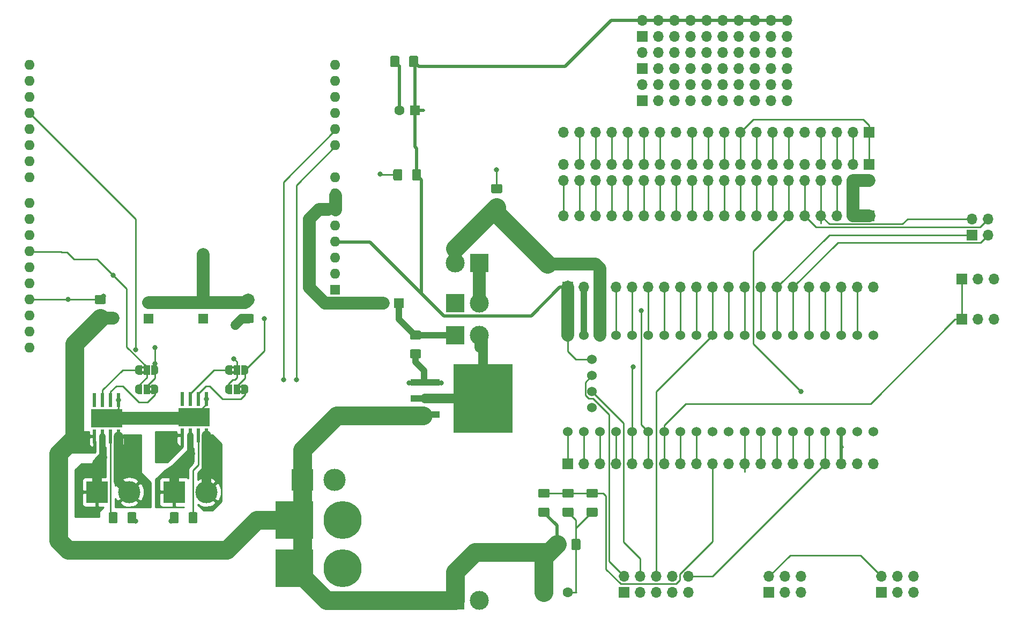
<source format=gtl>
G04 #@! TF.GenerationSoftware,KiCad,Pcbnew,(5.1.2)-2*
G04 #@! TF.CreationDate,2019-06-10T17:10:00+02:00*
G04 #@! TF.ProjectId,GB2,4742322e-6b69-4636-9164-5f7063625858,rev?*
G04 #@! TF.SameCoordinates,Original*
G04 #@! TF.FileFunction,Copper,L1,Top*
G04 #@! TF.FilePolarity,Positive*
%FSLAX46Y46*%
G04 Gerber Fmt 4.6, Leading zero omitted, Abs format (unit mm)*
G04 Created by KiCad (PCBNEW (5.1.2)-2) date 2019-06-10 17:10:00*
%MOMM*%
%LPD*%
G04 APERTURE LIST*
%ADD10C,0.100000*%
%ADD11O,1.600000X1.600000*%
%ADD12R,1.600000X1.600000*%
%ADD13C,0.500000*%
%ADD14R,1.000000X1.500000*%
%ADD15C,0.630000*%
%ADD16R,4.900000X2.950000*%
%ADD17R,0.500000X2.200000*%
%ADD18C,1.425000*%
%ADD19C,3.500120*%
%ADD20R,3.500120X3.500120*%
%ADD21C,1.600000*%
%ADD22C,1.524000*%
%ADD23O,1.700000X1.700000*%
%ADD24R,1.700000X1.700000*%
%ADD25C,2.999740*%
%ADD26R,2.999740X2.999740*%
%ADD27R,9.400000X10.800000*%
%ADD28R,4.600000X1.100000*%
%ADD29C,5.999480*%
%ADD30R,5.999480X5.999480*%
%ADD31C,0.800000*%
%ADD32C,0.250000*%
%ADD33C,0.500000*%
%ADD34C,1.000000*%
%ADD35C,2.000000*%
%ADD36C,3.000000*%
%ADD37C,1.500000*%
%ADD38C,0.254000*%
G04 APERTURE END LIST*
D10*
G36*
X76540000Y-104848000D02*
G01*
X77040000Y-104848000D01*
X77040000Y-105248000D01*
X76540000Y-105248000D01*
X76540000Y-104848000D01*
G37*
G36*
X76540000Y-104048000D02*
G01*
X77040000Y-104048000D01*
X77040000Y-104448000D01*
X76540000Y-104448000D01*
X76540000Y-104048000D01*
G37*
G36*
X90764000Y-104848000D02*
G01*
X91264000Y-104848000D01*
X91264000Y-105248000D01*
X90764000Y-105248000D01*
X90764000Y-104848000D01*
G37*
G36*
X90764000Y-104048000D02*
G01*
X91264000Y-104048000D01*
X91264000Y-104448000D01*
X90764000Y-104448000D01*
X90764000Y-104048000D01*
G37*
G36*
X78340000Y-107496000D02*
G01*
X77840000Y-107496000D01*
X77840000Y-107096000D01*
X78340000Y-107096000D01*
X78340000Y-107496000D01*
G37*
G36*
X78340000Y-108296000D02*
G01*
X77840000Y-108296000D01*
X77840000Y-107896000D01*
X78340000Y-107896000D01*
X78340000Y-108296000D01*
G37*
G36*
X92564000Y-107496000D02*
G01*
X92064000Y-107496000D01*
X92064000Y-107096000D01*
X92564000Y-107096000D01*
X92564000Y-107496000D01*
G37*
G36*
X92564000Y-108296000D02*
G01*
X92064000Y-108296000D01*
X92064000Y-107896000D01*
X92564000Y-107896000D01*
X92564000Y-108296000D01*
G37*
D11*
X58928000Y-58928000D03*
X58928000Y-56388000D03*
X58928000Y-96008000D03*
X107188000Y-56388000D03*
X58928000Y-93468000D03*
X107188000Y-58928000D03*
X58928000Y-90928000D03*
X107188000Y-61468000D03*
X58928000Y-88388000D03*
X107188000Y-64008000D03*
X58928000Y-85848000D03*
X107188000Y-66548000D03*
X58928000Y-83308000D03*
X107188000Y-69088000D03*
X58928000Y-80768000D03*
X107188000Y-74168000D03*
X58928000Y-78228000D03*
X107188000Y-76708000D03*
X58928000Y-74168000D03*
X107188000Y-79248000D03*
X58928000Y-71628000D03*
X107188000Y-81788000D03*
X58928000Y-69088000D03*
X107188000Y-84328000D03*
X58928000Y-66548000D03*
X107188000Y-86868000D03*
X58928000Y-64008000D03*
X107188000Y-89408000D03*
X58928000Y-61468000D03*
D12*
X107188000Y-91948000D03*
D11*
X58928000Y-98548000D03*
X58928000Y-101088000D03*
D13*
X76140000Y-104648000D03*
D10*
G36*
X76690000Y-105398000D02*
G01*
X76140000Y-105398000D01*
X76140000Y-105397398D01*
X76115466Y-105397398D01*
X76066635Y-105392588D01*
X76018510Y-105383016D01*
X75971555Y-105368772D01*
X75926222Y-105349995D01*
X75882949Y-105326864D01*
X75842150Y-105299604D01*
X75804221Y-105268476D01*
X75769524Y-105233779D01*
X75738396Y-105195850D01*
X75711136Y-105155051D01*
X75688005Y-105111778D01*
X75669228Y-105066445D01*
X75654984Y-105019490D01*
X75645412Y-104971365D01*
X75640602Y-104922534D01*
X75640602Y-104898000D01*
X75640000Y-104898000D01*
X75640000Y-104398000D01*
X75640602Y-104398000D01*
X75640602Y-104373466D01*
X75645412Y-104324635D01*
X75654984Y-104276510D01*
X75669228Y-104229555D01*
X75688005Y-104184222D01*
X75711136Y-104140949D01*
X75738396Y-104100150D01*
X75769524Y-104062221D01*
X75804221Y-104027524D01*
X75842150Y-103996396D01*
X75882949Y-103969136D01*
X75926222Y-103946005D01*
X75971555Y-103927228D01*
X76018510Y-103912984D01*
X76066635Y-103903412D01*
X76115466Y-103898602D01*
X76140000Y-103898602D01*
X76140000Y-103898000D01*
X76690000Y-103898000D01*
X76690000Y-105398000D01*
X76690000Y-105398000D01*
G37*
D14*
X77440000Y-104648000D03*
D13*
X78740000Y-104648000D03*
D10*
G36*
X78740000Y-103898602D02*
G01*
X78764534Y-103898602D01*
X78813365Y-103903412D01*
X78861490Y-103912984D01*
X78908445Y-103927228D01*
X78953778Y-103946005D01*
X78997051Y-103969136D01*
X79037850Y-103996396D01*
X79075779Y-104027524D01*
X79110476Y-104062221D01*
X79141604Y-104100150D01*
X79168864Y-104140949D01*
X79191995Y-104184222D01*
X79210772Y-104229555D01*
X79225016Y-104276510D01*
X79234588Y-104324635D01*
X79239398Y-104373466D01*
X79239398Y-104398000D01*
X79240000Y-104398000D01*
X79240000Y-104898000D01*
X79239398Y-104898000D01*
X79239398Y-104922534D01*
X79234588Y-104971365D01*
X79225016Y-105019490D01*
X79210772Y-105066445D01*
X79191995Y-105111778D01*
X79168864Y-105155051D01*
X79141604Y-105195850D01*
X79110476Y-105233779D01*
X79075779Y-105268476D01*
X79037850Y-105299604D01*
X78997051Y-105326864D01*
X78953778Y-105349995D01*
X78908445Y-105368772D01*
X78861490Y-105383016D01*
X78813365Y-105392588D01*
X78764534Y-105397398D01*
X78740000Y-105397398D01*
X78740000Y-105398000D01*
X78190000Y-105398000D01*
X78190000Y-103898000D01*
X78740000Y-103898000D01*
X78740000Y-103898602D01*
X78740000Y-103898602D01*
G37*
D15*
X69820000Y-112918000D03*
X69820000Y-111618000D03*
X72420000Y-112918000D03*
X71120000Y-112918000D03*
X71120000Y-111618000D03*
X72420000Y-111618000D03*
D16*
X71120000Y-112268000D03*
D17*
X73025000Y-115143000D03*
X71755000Y-115143000D03*
X70485000Y-115143000D03*
X69215000Y-115143000D03*
X69215000Y-109393000D03*
X70485000Y-109393000D03*
X71755000Y-109393000D03*
X73025000Y-109393000D03*
D15*
X83663000Y-112745000D03*
X83663000Y-111445000D03*
X86263000Y-112745000D03*
X84963000Y-112745000D03*
X84963000Y-111445000D03*
X86263000Y-111445000D03*
D16*
X84963000Y-112095000D03*
D17*
X86868000Y-114970000D03*
X85598000Y-114970000D03*
X84328000Y-114970000D03*
X83058000Y-114970000D03*
X83058000Y-109220000D03*
X84328000Y-109220000D03*
X85598000Y-109220000D03*
X86868000Y-109220000D03*
D10*
G36*
X75598004Y-127142204D02*
G01*
X75622273Y-127145804D01*
X75646071Y-127151765D01*
X75669171Y-127160030D01*
X75691349Y-127170520D01*
X75712393Y-127183133D01*
X75732098Y-127197747D01*
X75750277Y-127214223D01*
X75766753Y-127232402D01*
X75781367Y-127252107D01*
X75793980Y-127273151D01*
X75804470Y-127295329D01*
X75812735Y-127318429D01*
X75818696Y-127342227D01*
X75822296Y-127366496D01*
X75823500Y-127391000D01*
X75823500Y-128641000D01*
X75822296Y-128665504D01*
X75818696Y-128689773D01*
X75812735Y-128713571D01*
X75804470Y-128736671D01*
X75793980Y-128758849D01*
X75781367Y-128779893D01*
X75766753Y-128799598D01*
X75750277Y-128817777D01*
X75732098Y-128834253D01*
X75712393Y-128848867D01*
X75691349Y-128861480D01*
X75669171Y-128871970D01*
X75646071Y-128880235D01*
X75622273Y-128886196D01*
X75598004Y-128889796D01*
X75573500Y-128891000D01*
X74648500Y-128891000D01*
X74623996Y-128889796D01*
X74599727Y-128886196D01*
X74575929Y-128880235D01*
X74552829Y-128871970D01*
X74530651Y-128861480D01*
X74509607Y-128848867D01*
X74489902Y-128834253D01*
X74471723Y-128817777D01*
X74455247Y-128799598D01*
X74440633Y-128779893D01*
X74428020Y-128758849D01*
X74417530Y-128736671D01*
X74409265Y-128713571D01*
X74403304Y-128689773D01*
X74399704Y-128665504D01*
X74398500Y-128641000D01*
X74398500Y-127391000D01*
X74399704Y-127366496D01*
X74403304Y-127342227D01*
X74409265Y-127318429D01*
X74417530Y-127295329D01*
X74428020Y-127273151D01*
X74440633Y-127252107D01*
X74455247Y-127232402D01*
X74471723Y-127214223D01*
X74489902Y-127197747D01*
X74509607Y-127183133D01*
X74530651Y-127170520D01*
X74552829Y-127160030D01*
X74575929Y-127151765D01*
X74599727Y-127145804D01*
X74623996Y-127142204D01*
X74648500Y-127141000D01*
X75573500Y-127141000D01*
X75598004Y-127142204D01*
X75598004Y-127142204D01*
G37*
D18*
X75111000Y-128016000D03*
D10*
G36*
X72623004Y-127142204D02*
G01*
X72647273Y-127145804D01*
X72671071Y-127151765D01*
X72694171Y-127160030D01*
X72716349Y-127170520D01*
X72737393Y-127183133D01*
X72757098Y-127197747D01*
X72775277Y-127214223D01*
X72791753Y-127232402D01*
X72806367Y-127252107D01*
X72818980Y-127273151D01*
X72829470Y-127295329D01*
X72837735Y-127318429D01*
X72843696Y-127342227D01*
X72847296Y-127366496D01*
X72848500Y-127391000D01*
X72848500Y-128641000D01*
X72847296Y-128665504D01*
X72843696Y-128689773D01*
X72837735Y-128713571D01*
X72829470Y-128736671D01*
X72818980Y-128758849D01*
X72806367Y-128779893D01*
X72791753Y-128799598D01*
X72775277Y-128817777D01*
X72757098Y-128834253D01*
X72737393Y-128848867D01*
X72716349Y-128861480D01*
X72694171Y-128871970D01*
X72671071Y-128880235D01*
X72647273Y-128886196D01*
X72623004Y-128889796D01*
X72598500Y-128891000D01*
X71673500Y-128891000D01*
X71648996Y-128889796D01*
X71624727Y-128886196D01*
X71600929Y-128880235D01*
X71577829Y-128871970D01*
X71555651Y-128861480D01*
X71534607Y-128848867D01*
X71514902Y-128834253D01*
X71496723Y-128817777D01*
X71480247Y-128799598D01*
X71465633Y-128779893D01*
X71453020Y-128758849D01*
X71442530Y-128736671D01*
X71434265Y-128713571D01*
X71428304Y-128689773D01*
X71424704Y-128665504D01*
X71423500Y-128641000D01*
X71423500Y-127391000D01*
X71424704Y-127366496D01*
X71428304Y-127342227D01*
X71434265Y-127318429D01*
X71442530Y-127295329D01*
X71453020Y-127273151D01*
X71465633Y-127252107D01*
X71480247Y-127232402D01*
X71496723Y-127214223D01*
X71514902Y-127197747D01*
X71534607Y-127183133D01*
X71555651Y-127170520D01*
X71577829Y-127160030D01*
X71600929Y-127151765D01*
X71624727Y-127145804D01*
X71648996Y-127142204D01*
X71673500Y-127141000D01*
X72598500Y-127141000D01*
X72623004Y-127142204D01*
X72623004Y-127142204D01*
G37*
D18*
X72136000Y-128016000D03*
D10*
G36*
X82275004Y-127142204D02*
G01*
X82299273Y-127145804D01*
X82323071Y-127151765D01*
X82346171Y-127160030D01*
X82368349Y-127170520D01*
X82389393Y-127183133D01*
X82409098Y-127197747D01*
X82427277Y-127214223D01*
X82443753Y-127232402D01*
X82458367Y-127252107D01*
X82470980Y-127273151D01*
X82481470Y-127295329D01*
X82489735Y-127318429D01*
X82495696Y-127342227D01*
X82499296Y-127366496D01*
X82500500Y-127391000D01*
X82500500Y-128641000D01*
X82499296Y-128665504D01*
X82495696Y-128689773D01*
X82489735Y-128713571D01*
X82481470Y-128736671D01*
X82470980Y-128758849D01*
X82458367Y-128779893D01*
X82443753Y-128799598D01*
X82427277Y-128817777D01*
X82409098Y-128834253D01*
X82389393Y-128848867D01*
X82368349Y-128861480D01*
X82346171Y-128871970D01*
X82323071Y-128880235D01*
X82299273Y-128886196D01*
X82275004Y-128889796D01*
X82250500Y-128891000D01*
X81325500Y-128891000D01*
X81300996Y-128889796D01*
X81276727Y-128886196D01*
X81252929Y-128880235D01*
X81229829Y-128871970D01*
X81207651Y-128861480D01*
X81186607Y-128848867D01*
X81166902Y-128834253D01*
X81148723Y-128817777D01*
X81132247Y-128799598D01*
X81117633Y-128779893D01*
X81105020Y-128758849D01*
X81094530Y-128736671D01*
X81086265Y-128713571D01*
X81080304Y-128689773D01*
X81076704Y-128665504D01*
X81075500Y-128641000D01*
X81075500Y-127391000D01*
X81076704Y-127366496D01*
X81080304Y-127342227D01*
X81086265Y-127318429D01*
X81094530Y-127295329D01*
X81105020Y-127273151D01*
X81117633Y-127252107D01*
X81132247Y-127232402D01*
X81148723Y-127214223D01*
X81166902Y-127197747D01*
X81186607Y-127183133D01*
X81207651Y-127170520D01*
X81229829Y-127160030D01*
X81252929Y-127151765D01*
X81276727Y-127145804D01*
X81300996Y-127142204D01*
X81325500Y-127141000D01*
X82250500Y-127141000D01*
X82275004Y-127142204D01*
X82275004Y-127142204D01*
G37*
D18*
X81788000Y-128016000D03*
D10*
G36*
X85250004Y-127142204D02*
G01*
X85274273Y-127145804D01*
X85298071Y-127151765D01*
X85321171Y-127160030D01*
X85343349Y-127170520D01*
X85364393Y-127183133D01*
X85384098Y-127197747D01*
X85402277Y-127214223D01*
X85418753Y-127232402D01*
X85433367Y-127252107D01*
X85445980Y-127273151D01*
X85456470Y-127295329D01*
X85464735Y-127318429D01*
X85470696Y-127342227D01*
X85474296Y-127366496D01*
X85475500Y-127391000D01*
X85475500Y-128641000D01*
X85474296Y-128665504D01*
X85470696Y-128689773D01*
X85464735Y-128713571D01*
X85456470Y-128736671D01*
X85445980Y-128758849D01*
X85433367Y-128779893D01*
X85418753Y-128799598D01*
X85402277Y-128817777D01*
X85384098Y-128834253D01*
X85364393Y-128848867D01*
X85343349Y-128861480D01*
X85321171Y-128871970D01*
X85298071Y-128880235D01*
X85274273Y-128886196D01*
X85250004Y-128889796D01*
X85225500Y-128891000D01*
X84300500Y-128891000D01*
X84275996Y-128889796D01*
X84251727Y-128886196D01*
X84227929Y-128880235D01*
X84204829Y-128871970D01*
X84182651Y-128861480D01*
X84161607Y-128848867D01*
X84141902Y-128834253D01*
X84123723Y-128817777D01*
X84107247Y-128799598D01*
X84092633Y-128779893D01*
X84080020Y-128758849D01*
X84069530Y-128736671D01*
X84061265Y-128713571D01*
X84055304Y-128689773D01*
X84051704Y-128665504D01*
X84050500Y-128641000D01*
X84050500Y-127391000D01*
X84051704Y-127366496D01*
X84055304Y-127342227D01*
X84061265Y-127318429D01*
X84069530Y-127295329D01*
X84080020Y-127273151D01*
X84092633Y-127252107D01*
X84107247Y-127232402D01*
X84123723Y-127214223D01*
X84141902Y-127197747D01*
X84161607Y-127183133D01*
X84182651Y-127170520D01*
X84204829Y-127160030D01*
X84227929Y-127151765D01*
X84251727Y-127145804D01*
X84275996Y-127142204D01*
X84300500Y-127141000D01*
X85225500Y-127141000D01*
X85250004Y-127142204D01*
X85250004Y-127142204D01*
G37*
D18*
X84763000Y-128016000D03*
D19*
X74676000Y-123952000D03*
D20*
X69596000Y-123952000D03*
D19*
X86868000Y-123952000D03*
D20*
X81788000Y-123952000D03*
D13*
X90364000Y-104648000D03*
D10*
G36*
X90914000Y-105398000D02*
G01*
X90364000Y-105398000D01*
X90364000Y-105397398D01*
X90339466Y-105397398D01*
X90290635Y-105392588D01*
X90242510Y-105383016D01*
X90195555Y-105368772D01*
X90150222Y-105349995D01*
X90106949Y-105326864D01*
X90066150Y-105299604D01*
X90028221Y-105268476D01*
X89993524Y-105233779D01*
X89962396Y-105195850D01*
X89935136Y-105155051D01*
X89912005Y-105111778D01*
X89893228Y-105066445D01*
X89878984Y-105019490D01*
X89869412Y-104971365D01*
X89864602Y-104922534D01*
X89864602Y-104898000D01*
X89864000Y-104898000D01*
X89864000Y-104398000D01*
X89864602Y-104398000D01*
X89864602Y-104373466D01*
X89869412Y-104324635D01*
X89878984Y-104276510D01*
X89893228Y-104229555D01*
X89912005Y-104184222D01*
X89935136Y-104140949D01*
X89962396Y-104100150D01*
X89993524Y-104062221D01*
X90028221Y-104027524D01*
X90066150Y-103996396D01*
X90106949Y-103969136D01*
X90150222Y-103946005D01*
X90195555Y-103927228D01*
X90242510Y-103912984D01*
X90290635Y-103903412D01*
X90339466Y-103898602D01*
X90364000Y-103898602D01*
X90364000Y-103898000D01*
X90914000Y-103898000D01*
X90914000Y-105398000D01*
X90914000Y-105398000D01*
G37*
D14*
X91664000Y-104648000D03*
D13*
X92964000Y-104648000D03*
D10*
G36*
X92964000Y-103898602D02*
G01*
X92988534Y-103898602D01*
X93037365Y-103903412D01*
X93085490Y-103912984D01*
X93132445Y-103927228D01*
X93177778Y-103946005D01*
X93221051Y-103969136D01*
X93261850Y-103996396D01*
X93299779Y-104027524D01*
X93334476Y-104062221D01*
X93365604Y-104100150D01*
X93392864Y-104140949D01*
X93415995Y-104184222D01*
X93434772Y-104229555D01*
X93449016Y-104276510D01*
X93458588Y-104324635D01*
X93463398Y-104373466D01*
X93463398Y-104398000D01*
X93464000Y-104398000D01*
X93464000Y-104898000D01*
X93463398Y-104898000D01*
X93463398Y-104922534D01*
X93458588Y-104971365D01*
X93449016Y-105019490D01*
X93434772Y-105066445D01*
X93415995Y-105111778D01*
X93392864Y-105155051D01*
X93365604Y-105195850D01*
X93334476Y-105233779D01*
X93299779Y-105268476D01*
X93261850Y-105299604D01*
X93221051Y-105326864D01*
X93177778Y-105349995D01*
X93132445Y-105368772D01*
X93085490Y-105383016D01*
X93037365Y-105392588D01*
X92988534Y-105397398D01*
X92964000Y-105397398D01*
X92964000Y-105398000D01*
X92414000Y-105398000D01*
X92414000Y-103898000D01*
X92964000Y-103898000D01*
X92964000Y-103898602D01*
X92964000Y-103898602D01*
G37*
D13*
X78740000Y-107696000D03*
D10*
G36*
X78190000Y-106946000D02*
G01*
X78740000Y-106946000D01*
X78740000Y-106946602D01*
X78764534Y-106946602D01*
X78813365Y-106951412D01*
X78861490Y-106960984D01*
X78908445Y-106975228D01*
X78953778Y-106994005D01*
X78997051Y-107017136D01*
X79037850Y-107044396D01*
X79075779Y-107075524D01*
X79110476Y-107110221D01*
X79141604Y-107148150D01*
X79168864Y-107188949D01*
X79191995Y-107232222D01*
X79210772Y-107277555D01*
X79225016Y-107324510D01*
X79234588Y-107372635D01*
X79239398Y-107421466D01*
X79239398Y-107446000D01*
X79240000Y-107446000D01*
X79240000Y-107946000D01*
X79239398Y-107946000D01*
X79239398Y-107970534D01*
X79234588Y-108019365D01*
X79225016Y-108067490D01*
X79210772Y-108114445D01*
X79191995Y-108159778D01*
X79168864Y-108203051D01*
X79141604Y-108243850D01*
X79110476Y-108281779D01*
X79075779Y-108316476D01*
X79037850Y-108347604D01*
X78997051Y-108374864D01*
X78953778Y-108397995D01*
X78908445Y-108416772D01*
X78861490Y-108431016D01*
X78813365Y-108440588D01*
X78764534Y-108445398D01*
X78740000Y-108445398D01*
X78740000Y-108446000D01*
X78190000Y-108446000D01*
X78190000Y-106946000D01*
X78190000Y-106946000D01*
G37*
D14*
X77440000Y-107696000D03*
D13*
X76140000Y-107696000D03*
D10*
G36*
X76140000Y-108445398D02*
G01*
X76115466Y-108445398D01*
X76066635Y-108440588D01*
X76018510Y-108431016D01*
X75971555Y-108416772D01*
X75926222Y-108397995D01*
X75882949Y-108374864D01*
X75842150Y-108347604D01*
X75804221Y-108316476D01*
X75769524Y-108281779D01*
X75738396Y-108243850D01*
X75711136Y-108203051D01*
X75688005Y-108159778D01*
X75669228Y-108114445D01*
X75654984Y-108067490D01*
X75645412Y-108019365D01*
X75640602Y-107970534D01*
X75640602Y-107946000D01*
X75640000Y-107946000D01*
X75640000Y-107446000D01*
X75640602Y-107446000D01*
X75640602Y-107421466D01*
X75645412Y-107372635D01*
X75654984Y-107324510D01*
X75669228Y-107277555D01*
X75688005Y-107232222D01*
X75711136Y-107188949D01*
X75738396Y-107148150D01*
X75769524Y-107110221D01*
X75804221Y-107075524D01*
X75842150Y-107044396D01*
X75882949Y-107017136D01*
X75926222Y-106994005D01*
X75971555Y-106975228D01*
X76018510Y-106960984D01*
X76066635Y-106951412D01*
X76115466Y-106946602D01*
X76140000Y-106946602D01*
X76140000Y-106946000D01*
X76690000Y-106946000D01*
X76690000Y-108446000D01*
X76140000Y-108446000D01*
X76140000Y-108445398D01*
X76140000Y-108445398D01*
G37*
D13*
X92964000Y-107696000D03*
D10*
G36*
X92414000Y-106946000D02*
G01*
X92964000Y-106946000D01*
X92964000Y-106946602D01*
X92988534Y-106946602D01*
X93037365Y-106951412D01*
X93085490Y-106960984D01*
X93132445Y-106975228D01*
X93177778Y-106994005D01*
X93221051Y-107017136D01*
X93261850Y-107044396D01*
X93299779Y-107075524D01*
X93334476Y-107110221D01*
X93365604Y-107148150D01*
X93392864Y-107188949D01*
X93415995Y-107232222D01*
X93434772Y-107277555D01*
X93449016Y-107324510D01*
X93458588Y-107372635D01*
X93463398Y-107421466D01*
X93463398Y-107446000D01*
X93464000Y-107446000D01*
X93464000Y-107946000D01*
X93463398Y-107946000D01*
X93463398Y-107970534D01*
X93458588Y-108019365D01*
X93449016Y-108067490D01*
X93434772Y-108114445D01*
X93415995Y-108159778D01*
X93392864Y-108203051D01*
X93365604Y-108243850D01*
X93334476Y-108281779D01*
X93299779Y-108316476D01*
X93261850Y-108347604D01*
X93221051Y-108374864D01*
X93177778Y-108397995D01*
X93132445Y-108416772D01*
X93085490Y-108431016D01*
X93037365Y-108440588D01*
X92988534Y-108445398D01*
X92964000Y-108445398D01*
X92964000Y-108446000D01*
X92414000Y-108446000D01*
X92414000Y-106946000D01*
X92414000Y-106946000D01*
G37*
D14*
X91664000Y-107696000D03*
D13*
X90364000Y-107696000D03*
D10*
G36*
X90364000Y-108445398D02*
G01*
X90339466Y-108445398D01*
X90290635Y-108440588D01*
X90242510Y-108431016D01*
X90195555Y-108416772D01*
X90150222Y-108397995D01*
X90106949Y-108374864D01*
X90066150Y-108347604D01*
X90028221Y-108316476D01*
X89993524Y-108281779D01*
X89962396Y-108243850D01*
X89935136Y-108203051D01*
X89912005Y-108159778D01*
X89893228Y-108114445D01*
X89878984Y-108067490D01*
X89869412Y-108019365D01*
X89864602Y-107970534D01*
X89864602Y-107946000D01*
X89864000Y-107946000D01*
X89864000Y-107446000D01*
X89864602Y-107446000D01*
X89864602Y-107421466D01*
X89869412Y-107372635D01*
X89878984Y-107324510D01*
X89893228Y-107277555D01*
X89912005Y-107232222D01*
X89935136Y-107188949D01*
X89962396Y-107148150D01*
X89993524Y-107110221D01*
X90028221Y-107075524D01*
X90066150Y-107044396D01*
X90106949Y-107017136D01*
X90150222Y-106994005D01*
X90195555Y-106975228D01*
X90242510Y-106960984D01*
X90290635Y-106951412D01*
X90339466Y-106946602D01*
X90364000Y-106946602D01*
X90364000Y-106946000D01*
X90914000Y-106946000D01*
X90914000Y-108446000D01*
X90364000Y-108446000D01*
X90364000Y-108445398D01*
X90364000Y-108445398D01*
G37*
G36*
X94121504Y-92833704D02*
G01*
X94145773Y-92837304D01*
X94169571Y-92843265D01*
X94192671Y-92851530D01*
X94214849Y-92862020D01*
X94235893Y-92874633D01*
X94255598Y-92889247D01*
X94273777Y-92905723D01*
X94290253Y-92923902D01*
X94304867Y-92943607D01*
X94317480Y-92964651D01*
X94327970Y-92986829D01*
X94336235Y-93009929D01*
X94342196Y-93033727D01*
X94345796Y-93057996D01*
X94347000Y-93082500D01*
X94347000Y-94007500D01*
X94345796Y-94032004D01*
X94342196Y-94056273D01*
X94336235Y-94080071D01*
X94327970Y-94103171D01*
X94317480Y-94125349D01*
X94304867Y-94146393D01*
X94290253Y-94166098D01*
X94273777Y-94184277D01*
X94255598Y-94200753D01*
X94235893Y-94215367D01*
X94214849Y-94227980D01*
X94192671Y-94238470D01*
X94169571Y-94246735D01*
X94145773Y-94252696D01*
X94121504Y-94256296D01*
X94097000Y-94257500D01*
X92847000Y-94257500D01*
X92822496Y-94256296D01*
X92798227Y-94252696D01*
X92774429Y-94246735D01*
X92751329Y-94238470D01*
X92729151Y-94227980D01*
X92708107Y-94215367D01*
X92688402Y-94200753D01*
X92670223Y-94184277D01*
X92653747Y-94166098D01*
X92639133Y-94146393D01*
X92626520Y-94125349D01*
X92616030Y-94103171D01*
X92607765Y-94080071D01*
X92601804Y-94056273D01*
X92598204Y-94032004D01*
X92597000Y-94007500D01*
X92597000Y-93082500D01*
X92598204Y-93057996D01*
X92601804Y-93033727D01*
X92607765Y-93009929D01*
X92616030Y-92986829D01*
X92626520Y-92964651D01*
X92639133Y-92943607D01*
X92653747Y-92923902D01*
X92670223Y-92905723D01*
X92688402Y-92889247D01*
X92708107Y-92874633D01*
X92729151Y-92862020D01*
X92751329Y-92851530D01*
X92774429Y-92843265D01*
X92798227Y-92837304D01*
X92822496Y-92833704D01*
X92847000Y-92832500D01*
X94097000Y-92832500D01*
X94121504Y-92833704D01*
X94121504Y-92833704D01*
G37*
D18*
X93472000Y-93545000D03*
D10*
G36*
X94121504Y-95808704D02*
G01*
X94145773Y-95812304D01*
X94169571Y-95818265D01*
X94192671Y-95826530D01*
X94214849Y-95837020D01*
X94235893Y-95849633D01*
X94255598Y-95864247D01*
X94273777Y-95880723D01*
X94290253Y-95898902D01*
X94304867Y-95918607D01*
X94317480Y-95939651D01*
X94327970Y-95961829D01*
X94336235Y-95984929D01*
X94342196Y-96008727D01*
X94345796Y-96032996D01*
X94347000Y-96057500D01*
X94347000Y-96982500D01*
X94345796Y-97007004D01*
X94342196Y-97031273D01*
X94336235Y-97055071D01*
X94327970Y-97078171D01*
X94317480Y-97100349D01*
X94304867Y-97121393D01*
X94290253Y-97141098D01*
X94273777Y-97159277D01*
X94255598Y-97175753D01*
X94235893Y-97190367D01*
X94214849Y-97202980D01*
X94192671Y-97213470D01*
X94169571Y-97221735D01*
X94145773Y-97227696D01*
X94121504Y-97231296D01*
X94097000Y-97232500D01*
X92847000Y-97232500D01*
X92822496Y-97231296D01*
X92798227Y-97227696D01*
X92774429Y-97221735D01*
X92751329Y-97213470D01*
X92729151Y-97202980D01*
X92708107Y-97190367D01*
X92688402Y-97175753D01*
X92670223Y-97159277D01*
X92653747Y-97141098D01*
X92639133Y-97121393D01*
X92626520Y-97100349D01*
X92616030Y-97078171D01*
X92607765Y-97055071D01*
X92601804Y-97031273D01*
X92598204Y-97007004D01*
X92597000Y-96982500D01*
X92597000Y-96057500D01*
X92598204Y-96032996D01*
X92601804Y-96008727D01*
X92607765Y-95984929D01*
X92616030Y-95961829D01*
X92626520Y-95939651D01*
X92639133Y-95918607D01*
X92653747Y-95898902D01*
X92670223Y-95880723D01*
X92688402Y-95864247D01*
X92708107Y-95849633D01*
X92729151Y-95837020D01*
X92751329Y-95826530D01*
X92774429Y-95818265D01*
X92798227Y-95812304D01*
X92822496Y-95808704D01*
X92847000Y-95807500D01*
X94097000Y-95807500D01*
X94121504Y-95808704D01*
X94121504Y-95808704D01*
G37*
D18*
X93472000Y-96520000D03*
D10*
G36*
X70753504Y-92797204D02*
G01*
X70777773Y-92800804D01*
X70801571Y-92806765D01*
X70824671Y-92815030D01*
X70846849Y-92825520D01*
X70867893Y-92838133D01*
X70887598Y-92852747D01*
X70905777Y-92869223D01*
X70922253Y-92887402D01*
X70936867Y-92907107D01*
X70949480Y-92928151D01*
X70959970Y-92950329D01*
X70968235Y-92973429D01*
X70974196Y-92997227D01*
X70977796Y-93021496D01*
X70979000Y-93046000D01*
X70979000Y-93971000D01*
X70977796Y-93995504D01*
X70974196Y-94019773D01*
X70968235Y-94043571D01*
X70959970Y-94066671D01*
X70949480Y-94088849D01*
X70936867Y-94109893D01*
X70922253Y-94129598D01*
X70905777Y-94147777D01*
X70887598Y-94164253D01*
X70867893Y-94178867D01*
X70846849Y-94191480D01*
X70824671Y-94201970D01*
X70801571Y-94210235D01*
X70777773Y-94216196D01*
X70753504Y-94219796D01*
X70729000Y-94221000D01*
X69479000Y-94221000D01*
X69454496Y-94219796D01*
X69430227Y-94216196D01*
X69406429Y-94210235D01*
X69383329Y-94201970D01*
X69361151Y-94191480D01*
X69340107Y-94178867D01*
X69320402Y-94164253D01*
X69302223Y-94147777D01*
X69285747Y-94129598D01*
X69271133Y-94109893D01*
X69258520Y-94088849D01*
X69248030Y-94066671D01*
X69239765Y-94043571D01*
X69233804Y-94019773D01*
X69230204Y-93995504D01*
X69229000Y-93971000D01*
X69229000Y-93046000D01*
X69230204Y-93021496D01*
X69233804Y-92997227D01*
X69239765Y-92973429D01*
X69248030Y-92950329D01*
X69258520Y-92928151D01*
X69271133Y-92907107D01*
X69285747Y-92887402D01*
X69302223Y-92869223D01*
X69320402Y-92852747D01*
X69340107Y-92838133D01*
X69361151Y-92825520D01*
X69383329Y-92815030D01*
X69406429Y-92806765D01*
X69430227Y-92800804D01*
X69454496Y-92797204D01*
X69479000Y-92796000D01*
X70729000Y-92796000D01*
X70753504Y-92797204D01*
X70753504Y-92797204D01*
G37*
D18*
X70104000Y-93508500D03*
D10*
G36*
X70753504Y-95772204D02*
G01*
X70777773Y-95775804D01*
X70801571Y-95781765D01*
X70824671Y-95790030D01*
X70846849Y-95800520D01*
X70867893Y-95813133D01*
X70887598Y-95827747D01*
X70905777Y-95844223D01*
X70922253Y-95862402D01*
X70936867Y-95882107D01*
X70949480Y-95903151D01*
X70959970Y-95925329D01*
X70968235Y-95948429D01*
X70974196Y-95972227D01*
X70977796Y-95996496D01*
X70979000Y-96021000D01*
X70979000Y-96946000D01*
X70977796Y-96970504D01*
X70974196Y-96994773D01*
X70968235Y-97018571D01*
X70959970Y-97041671D01*
X70949480Y-97063849D01*
X70936867Y-97084893D01*
X70922253Y-97104598D01*
X70905777Y-97122777D01*
X70887598Y-97139253D01*
X70867893Y-97153867D01*
X70846849Y-97166480D01*
X70824671Y-97176970D01*
X70801571Y-97185235D01*
X70777773Y-97191196D01*
X70753504Y-97194796D01*
X70729000Y-97196000D01*
X69479000Y-97196000D01*
X69454496Y-97194796D01*
X69430227Y-97191196D01*
X69406429Y-97185235D01*
X69383329Y-97176970D01*
X69361151Y-97166480D01*
X69340107Y-97153867D01*
X69320402Y-97139253D01*
X69302223Y-97122777D01*
X69285747Y-97104598D01*
X69271133Y-97084893D01*
X69258520Y-97063849D01*
X69248030Y-97041671D01*
X69239765Y-97018571D01*
X69233804Y-96994773D01*
X69230204Y-96970504D01*
X69229000Y-96946000D01*
X69229000Y-96021000D01*
X69230204Y-95996496D01*
X69233804Y-95972227D01*
X69239765Y-95948429D01*
X69248030Y-95925329D01*
X69258520Y-95903151D01*
X69271133Y-95882107D01*
X69285747Y-95862402D01*
X69302223Y-95844223D01*
X69320402Y-95827747D01*
X69340107Y-95813133D01*
X69361151Y-95800520D01*
X69383329Y-95790030D01*
X69406429Y-95781765D01*
X69430227Y-95775804D01*
X69454496Y-95772204D01*
X69479000Y-95771000D01*
X70729000Y-95771000D01*
X70753504Y-95772204D01*
X70753504Y-95772204D01*
G37*
D18*
X70104000Y-96483500D03*
D21*
X77724000Y-94020000D03*
D12*
X77724000Y-96520000D03*
D21*
X86360000Y-94020000D03*
D12*
X86360000Y-96520000D03*
D22*
X143980000Y-99210000D03*
X146520000Y-99210000D03*
X149060000Y-99210000D03*
X151600000Y-99210000D03*
X154140000Y-99210000D03*
X156680000Y-99210000D03*
X159220000Y-99210000D03*
X161760000Y-99210000D03*
X164300000Y-99210000D03*
X166840000Y-99210000D03*
X169380000Y-99210000D03*
X171920000Y-99210000D03*
X174460000Y-99210000D03*
X177000000Y-99210000D03*
X179540000Y-99210000D03*
X182080000Y-99210000D03*
X184620000Y-99210000D03*
X187160000Y-99210000D03*
X189700000Y-99210000D03*
X192240000Y-99210000D03*
X192240000Y-114450000D03*
X189700000Y-114450000D03*
X187160000Y-114450000D03*
X184620000Y-114450000D03*
X182080000Y-114450000D03*
X179540000Y-114450000D03*
X177000000Y-114450000D03*
X174460000Y-114450000D03*
X171920000Y-114450000D03*
X169380000Y-114450000D03*
X166840000Y-114450000D03*
X164300000Y-114450000D03*
X161760000Y-114450000D03*
X159220000Y-114450000D03*
X156680000Y-114450000D03*
X154140000Y-114450000D03*
X151600000Y-114450000D03*
X149060000Y-114450000D03*
X146520000Y-114450000D03*
X143980000Y-114450000D03*
X147790000Y-110640000D03*
X147790000Y-108100000D03*
X147790000Y-105560000D03*
X147790000Y-103020000D03*
D23*
X143256000Y-74676000D03*
X143256000Y-72136000D03*
X161036000Y-74676000D03*
X161036000Y-72136000D03*
X166116000Y-74676000D03*
X166116000Y-72136000D03*
X155956000Y-74676000D03*
X155956000Y-72136000D03*
X183896000Y-74676000D03*
X183896000Y-72136000D03*
X153416000Y-74676000D03*
X153416000Y-72136000D03*
X171196000Y-74676000D03*
X171196000Y-72136000D03*
X148336000Y-74676000D03*
X148336000Y-72136000D03*
X150876000Y-74676000D03*
X150876000Y-72136000D03*
X145796000Y-74676000D03*
X145796000Y-72136000D03*
X168656000Y-74676000D03*
X168656000Y-72136000D03*
X181356000Y-74676000D03*
X181356000Y-72136000D03*
X176276000Y-74676000D03*
X176276000Y-72136000D03*
X158496000Y-74676000D03*
X158496000Y-72136000D03*
X178816000Y-74676000D03*
X178816000Y-72136000D03*
X163576000Y-74676000D03*
X163576000Y-72136000D03*
D24*
X191516000Y-72136000D03*
D23*
X191516000Y-74676000D03*
X186436000Y-72136000D03*
X188976000Y-74676000D03*
X173736000Y-74676000D03*
X173736000Y-72136000D03*
X188976000Y-72136000D03*
X186436000Y-74676000D03*
D10*
G36*
X144629504Y-126411204D02*
G01*
X144653773Y-126414804D01*
X144677571Y-126420765D01*
X144700671Y-126429030D01*
X144722849Y-126439520D01*
X144743893Y-126452133D01*
X144763598Y-126466747D01*
X144781777Y-126483223D01*
X144798253Y-126501402D01*
X144812867Y-126521107D01*
X144825480Y-126542151D01*
X144835970Y-126564329D01*
X144844235Y-126587429D01*
X144850196Y-126611227D01*
X144853796Y-126635496D01*
X144855000Y-126660000D01*
X144855000Y-127585000D01*
X144853796Y-127609504D01*
X144850196Y-127633773D01*
X144844235Y-127657571D01*
X144835970Y-127680671D01*
X144825480Y-127702849D01*
X144812867Y-127723893D01*
X144798253Y-127743598D01*
X144781777Y-127761777D01*
X144763598Y-127778253D01*
X144743893Y-127792867D01*
X144722849Y-127805480D01*
X144700671Y-127815970D01*
X144677571Y-127824235D01*
X144653773Y-127830196D01*
X144629504Y-127833796D01*
X144605000Y-127835000D01*
X143355000Y-127835000D01*
X143330496Y-127833796D01*
X143306227Y-127830196D01*
X143282429Y-127824235D01*
X143259329Y-127815970D01*
X143237151Y-127805480D01*
X143216107Y-127792867D01*
X143196402Y-127778253D01*
X143178223Y-127761777D01*
X143161747Y-127743598D01*
X143147133Y-127723893D01*
X143134520Y-127702849D01*
X143124030Y-127680671D01*
X143115765Y-127657571D01*
X143109804Y-127633773D01*
X143106204Y-127609504D01*
X143105000Y-127585000D01*
X143105000Y-126660000D01*
X143106204Y-126635496D01*
X143109804Y-126611227D01*
X143115765Y-126587429D01*
X143124030Y-126564329D01*
X143134520Y-126542151D01*
X143147133Y-126521107D01*
X143161747Y-126501402D01*
X143178223Y-126483223D01*
X143196402Y-126466747D01*
X143216107Y-126452133D01*
X143237151Y-126439520D01*
X143259329Y-126429030D01*
X143282429Y-126420765D01*
X143306227Y-126414804D01*
X143330496Y-126411204D01*
X143355000Y-126410000D01*
X144605000Y-126410000D01*
X144629504Y-126411204D01*
X144629504Y-126411204D01*
G37*
D18*
X143980000Y-127122500D03*
D10*
G36*
X144629504Y-123436204D02*
G01*
X144653773Y-123439804D01*
X144677571Y-123445765D01*
X144700671Y-123454030D01*
X144722849Y-123464520D01*
X144743893Y-123477133D01*
X144763598Y-123491747D01*
X144781777Y-123508223D01*
X144798253Y-123526402D01*
X144812867Y-123546107D01*
X144825480Y-123567151D01*
X144835970Y-123589329D01*
X144844235Y-123612429D01*
X144850196Y-123636227D01*
X144853796Y-123660496D01*
X144855000Y-123685000D01*
X144855000Y-124610000D01*
X144853796Y-124634504D01*
X144850196Y-124658773D01*
X144844235Y-124682571D01*
X144835970Y-124705671D01*
X144825480Y-124727849D01*
X144812867Y-124748893D01*
X144798253Y-124768598D01*
X144781777Y-124786777D01*
X144763598Y-124803253D01*
X144743893Y-124817867D01*
X144722849Y-124830480D01*
X144700671Y-124840970D01*
X144677571Y-124849235D01*
X144653773Y-124855196D01*
X144629504Y-124858796D01*
X144605000Y-124860000D01*
X143355000Y-124860000D01*
X143330496Y-124858796D01*
X143306227Y-124855196D01*
X143282429Y-124849235D01*
X143259329Y-124840970D01*
X143237151Y-124830480D01*
X143216107Y-124817867D01*
X143196402Y-124803253D01*
X143178223Y-124786777D01*
X143161747Y-124768598D01*
X143147133Y-124748893D01*
X143134520Y-124727849D01*
X143124030Y-124705671D01*
X143115765Y-124682571D01*
X143109804Y-124658773D01*
X143106204Y-124634504D01*
X143105000Y-124610000D01*
X143105000Y-123685000D01*
X143106204Y-123660496D01*
X143109804Y-123636227D01*
X143115765Y-123612429D01*
X143124030Y-123589329D01*
X143134520Y-123567151D01*
X143147133Y-123546107D01*
X143161747Y-123526402D01*
X143178223Y-123508223D01*
X143196402Y-123491747D01*
X143216107Y-123477133D01*
X143237151Y-123464520D01*
X143259329Y-123454030D01*
X143282429Y-123445765D01*
X143306227Y-123439804D01*
X143330496Y-123436204D01*
X143355000Y-123435000D01*
X144605000Y-123435000D01*
X144629504Y-123436204D01*
X144629504Y-123436204D01*
G37*
D18*
X143980000Y-124147500D03*
D10*
G36*
X140819504Y-123436204D02*
G01*
X140843773Y-123439804D01*
X140867571Y-123445765D01*
X140890671Y-123454030D01*
X140912849Y-123464520D01*
X140933893Y-123477133D01*
X140953598Y-123491747D01*
X140971777Y-123508223D01*
X140988253Y-123526402D01*
X141002867Y-123546107D01*
X141015480Y-123567151D01*
X141025970Y-123589329D01*
X141034235Y-123612429D01*
X141040196Y-123636227D01*
X141043796Y-123660496D01*
X141045000Y-123685000D01*
X141045000Y-124610000D01*
X141043796Y-124634504D01*
X141040196Y-124658773D01*
X141034235Y-124682571D01*
X141025970Y-124705671D01*
X141015480Y-124727849D01*
X141002867Y-124748893D01*
X140988253Y-124768598D01*
X140971777Y-124786777D01*
X140953598Y-124803253D01*
X140933893Y-124817867D01*
X140912849Y-124830480D01*
X140890671Y-124840970D01*
X140867571Y-124849235D01*
X140843773Y-124855196D01*
X140819504Y-124858796D01*
X140795000Y-124860000D01*
X139545000Y-124860000D01*
X139520496Y-124858796D01*
X139496227Y-124855196D01*
X139472429Y-124849235D01*
X139449329Y-124840970D01*
X139427151Y-124830480D01*
X139406107Y-124817867D01*
X139386402Y-124803253D01*
X139368223Y-124786777D01*
X139351747Y-124768598D01*
X139337133Y-124748893D01*
X139324520Y-124727849D01*
X139314030Y-124705671D01*
X139305765Y-124682571D01*
X139299804Y-124658773D01*
X139296204Y-124634504D01*
X139295000Y-124610000D01*
X139295000Y-123685000D01*
X139296204Y-123660496D01*
X139299804Y-123636227D01*
X139305765Y-123612429D01*
X139314030Y-123589329D01*
X139324520Y-123567151D01*
X139337133Y-123546107D01*
X139351747Y-123526402D01*
X139368223Y-123508223D01*
X139386402Y-123491747D01*
X139406107Y-123477133D01*
X139427151Y-123464520D01*
X139449329Y-123454030D01*
X139472429Y-123445765D01*
X139496227Y-123439804D01*
X139520496Y-123436204D01*
X139545000Y-123435000D01*
X140795000Y-123435000D01*
X140819504Y-123436204D01*
X140819504Y-123436204D01*
G37*
D18*
X140170000Y-124147500D03*
D10*
G36*
X140819504Y-126411204D02*
G01*
X140843773Y-126414804D01*
X140867571Y-126420765D01*
X140890671Y-126429030D01*
X140912849Y-126439520D01*
X140933893Y-126452133D01*
X140953598Y-126466747D01*
X140971777Y-126483223D01*
X140988253Y-126501402D01*
X141002867Y-126521107D01*
X141015480Y-126542151D01*
X141025970Y-126564329D01*
X141034235Y-126587429D01*
X141040196Y-126611227D01*
X141043796Y-126635496D01*
X141045000Y-126660000D01*
X141045000Y-127585000D01*
X141043796Y-127609504D01*
X141040196Y-127633773D01*
X141034235Y-127657571D01*
X141025970Y-127680671D01*
X141015480Y-127702849D01*
X141002867Y-127723893D01*
X140988253Y-127743598D01*
X140971777Y-127761777D01*
X140953598Y-127778253D01*
X140933893Y-127792867D01*
X140912849Y-127805480D01*
X140890671Y-127815970D01*
X140867571Y-127824235D01*
X140843773Y-127830196D01*
X140819504Y-127833796D01*
X140795000Y-127835000D01*
X139545000Y-127835000D01*
X139520496Y-127833796D01*
X139496227Y-127830196D01*
X139472429Y-127824235D01*
X139449329Y-127815970D01*
X139427151Y-127805480D01*
X139406107Y-127792867D01*
X139386402Y-127778253D01*
X139368223Y-127761777D01*
X139351747Y-127743598D01*
X139337133Y-127723893D01*
X139324520Y-127702849D01*
X139314030Y-127680671D01*
X139305765Y-127657571D01*
X139299804Y-127633773D01*
X139296204Y-127609504D01*
X139295000Y-127585000D01*
X139295000Y-126660000D01*
X139296204Y-126635496D01*
X139299804Y-126611227D01*
X139305765Y-126587429D01*
X139314030Y-126564329D01*
X139324520Y-126542151D01*
X139337133Y-126521107D01*
X139351747Y-126501402D01*
X139368223Y-126483223D01*
X139386402Y-126466747D01*
X139406107Y-126452133D01*
X139427151Y-126439520D01*
X139449329Y-126429030D01*
X139472429Y-126420765D01*
X139496227Y-126414804D01*
X139520496Y-126411204D01*
X139545000Y-126410000D01*
X140795000Y-126410000D01*
X140819504Y-126411204D01*
X140819504Y-126411204D01*
G37*
D18*
X140170000Y-127122500D03*
D23*
X210312000Y-80772000D03*
X210312000Y-83312000D03*
X207772000Y-80772000D03*
D24*
X207772000Y-83312000D03*
D25*
X130010000Y-99210000D03*
D26*
X126200000Y-99210000D03*
D10*
G36*
X117579504Y-72936204D02*
G01*
X117603773Y-72939804D01*
X117627571Y-72945765D01*
X117650671Y-72954030D01*
X117672849Y-72964520D01*
X117693893Y-72977133D01*
X117713598Y-72991747D01*
X117731777Y-73008223D01*
X117748253Y-73026402D01*
X117762867Y-73046107D01*
X117775480Y-73067151D01*
X117785970Y-73089329D01*
X117794235Y-73112429D01*
X117800196Y-73136227D01*
X117803796Y-73160496D01*
X117805000Y-73185000D01*
X117805000Y-74435000D01*
X117803796Y-74459504D01*
X117800196Y-74483773D01*
X117794235Y-74507571D01*
X117785970Y-74530671D01*
X117775480Y-74552849D01*
X117762867Y-74573893D01*
X117748253Y-74593598D01*
X117731777Y-74611777D01*
X117713598Y-74628253D01*
X117693893Y-74642867D01*
X117672849Y-74655480D01*
X117650671Y-74665970D01*
X117627571Y-74674235D01*
X117603773Y-74680196D01*
X117579504Y-74683796D01*
X117555000Y-74685000D01*
X116630000Y-74685000D01*
X116605496Y-74683796D01*
X116581227Y-74680196D01*
X116557429Y-74674235D01*
X116534329Y-74665970D01*
X116512151Y-74655480D01*
X116491107Y-74642867D01*
X116471402Y-74628253D01*
X116453223Y-74611777D01*
X116436747Y-74593598D01*
X116422133Y-74573893D01*
X116409520Y-74552849D01*
X116399030Y-74530671D01*
X116390765Y-74507571D01*
X116384804Y-74483773D01*
X116381204Y-74459504D01*
X116380000Y-74435000D01*
X116380000Y-73185000D01*
X116381204Y-73160496D01*
X116384804Y-73136227D01*
X116390765Y-73112429D01*
X116399030Y-73089329D01*
X116409520Y-73067151D01*
X116422133Y-73046107D01*
X116436747Y-73026402D01*
X116453223Y-73008223D01*
X116471402Y-72991747D01*
X116491107Y-72977133D01*
X116512151Y-72964520D01*
X116534329Y-72954030D01*
X116557429Y-72945765D01*
X116581227Y-72939804D01*
X116605496Y-72936204D01*
X116630000Y-72935000D01*
X117555000Y-72935000D01*
X117579504Y-72936204D01*
X117579504Y-72936204D01*
G37*
D18*
X117092500Y-73810000D03*
D10*
G36*
X120554504Y-72936204D02*
G01*
X120578773Y-72939804D01*
X120602571Y-72945765D01*
X120625671Y-72954030D01*
X120647849Y-72964520D01*
X120668893Y-72977133D01*
X120688598Y-72991747D01*
X120706777Y-73008223D01*
X120723253Y-73026402D01*
X120737867Y-73046107D01*
X120750480Y-73067151D01*
X120760970Y-73089329D01*
X120769235Y-73112429D01*
X120775196Y-73136227D01*
X120778796Y-73160496D01*
X120780000Y-73185000D01*
X120780000Y-74435000D01*
X120778796Y-74459504D01*
X120775196Y-74483773D01*
X120769235Y-74507571D01*
X120760970Y-74530671D01*
X120750480Y-74552849D01*
X120737867Y-74573893D01*
X120723253Y-74593598D01*
X120706777Y-74611777D01*
X120688598Y-74628253D01*
X120668893Y-74642867D01*
X120647849Y-74655480D01*
X120625671Y-74665970D01*
X120602571Y-74674235D01*
X120578773Y-74680196D01*
X120554504Y-74683796D01*
X120530000Y-74685000D01*
X119605000Y-74685000D01*
X119580496Y-74683796D01*
X119556227Y-74680196D01*
X119532429Y-74674235D01*
X119509329Y-74665970D01*
X119487151Y-74655480D01*
X119466107Y-74642867D01*
X119446402Y-74628253D01*
X119428223Y-74611777D01*
X119411747Y-74593598D01*
X119397133Y-74573893D01*
X119384520Y-74552849D01*
X119374030Y-74530671D01*
X119365765Y-74507571D01*
X119359804Y-74483773D01*
X119356204Y-74459504D01*
X119355000Y-74435000D01*
X119355000Y-73185000D01*
X119356204Y-73160496D01*
X119359804Y-73136227D01*
X119365765Y-73112429D01*
X119374030Y-73089329D01*
X119384520Y-73067151D01*
X119397133Y-73046107D01*
X119411747Y-73026402D01*
X119428223Y-73008223D01*
X119446402Y-72991747D01*
X119466107Y-72977133D01*
X119487151Y-72964520D01*
X119509329Y-72954030D01*
X119532429Y-72945765D01*
X119556227Y-72939804D01*
X119580496Y-72936204D01*
X119605000Y-72935000D01*
X120530000Y-72935000D01*
X120554504Y-72936204D01*
X120554504Y-72936204D01*
G37*
D18*
X120067500Y-73810000D03*
D10*
G36*
X133364504Y-75271204D02*
G01*
X133388773Y-75274804D01*
X133412571Y-75280765D01*
X133435671Y-75289030D01*
X133457849Y-75299520D01*
X133478893Y-75312133D01*
X133498598Y-75326747D01*
X133516777Y-75343223D01*
X133533253Y-75361402D01*
X133547867Y-75381107D01*
X133560480Y-75402151D01*
X133570970Y-75424329D01*
X133579235Y-75447429D01*
X133585196Y-75471227D01*
X133588796Y-75495496D01*
X133590000Y-75520000D01*
X133590000Y-76445000D01*
X133588796Y-76469504D01*
X133585196Y-76493773D01*
X133579235Y-76517571D01*
X133570970Y-76540671D01*
X133560480Y-76562849D01*
X133547867Y-76583893D01*
X133533253Y-76603598D01*
X133516777Y-76621777D01*
X133498598Y-76638253D01*
X133478893Y-76652867D01*
X133457849Y-76665480D01*
X133435671Y-76675970D01*
X133412571Y-76684235D01*
X133388773Y-76690196D01*
X133364504Y-76693796D01*
X133340000Y-76695000D01*
X132090000Y-76695000D01*
X132065496Y-76693796D01*
X132041227Y-76690196D01*
X132017429Y-76684235D01*
X131994329Y-76675970D01*
X131972151Y-76665480D01*
X131951107Y-76652867D01*
X131931402Y-76638253D01*
X131913223Y-76621777D01*
X131896747Y-76603598D01*
X131882133Y-76583893D01*
X131869520Y-76562849D01*
X131859030Y-76540671D01*
X131850765Y-76517571D01*
X131844804Y-76493773D01*
X131841204Y-76469504D01*
X131840000Y-76445000D01*
X131840000Y-75520000D01*
X131841204Y-75495496D01*
X131844804Y-75471227D01*
X131850765Y-75447429D01*
X131859030Y-75424329D01*
X131869520Y-75402151D01*
X131882133Y-75381107D01*
X131896747Y-75361402D01*
X131913223Y-75343223D01*
X131931402Y-75326747D01*
X131951107Y-75312133D01*
X131972151Y-75299520D01*
X131994329Y-75289030D01*
X132017429Y-75280765D01*
X132041227Y-75274804D01*
X132065496Y-75271204D01*
X132090000Y-75270000D01*
X133340000Y-75270000D01*
X133364504Y-75271204D01*
X133364504Y-75271204D01*
G37*
D18*
X132715000Y-75982500D03*
D10*
G36*
X133364504Y-78246204D02*
G01*
X133388773Y-78249804D01*
X133412571Y-78255765D01*
X133435671Y-78264030D01*
X133457849Y-78274520D01*
X133478893Y-78287133D01*
X133498598Y-78301747D01*
X133516777Y-78318223D01*
X133533253Y-78336402D01*
X133547867Y-78356107D01*
X133560480Y-78377151D01*
X133570970Y-78399329D01*
X133579235Y-78422429D01*
X133585196Y-78446227D01*
X133588796Y-78470496D01*
X133590000Y-78495000D01*
X133590000Y-79420000D01*
X133588796Y-79444504D01*
X133585196Y-79468773D01*
X133579235Y-79492571D01*
X133570970Y-79515671D01*
X133560480Y-79537849D01*
X133547867Y-79558893D01*
X133533253Y-79578598D01*
X133516777Y-79596777D01*
X133498598Y-79613253D01*
X133478893Y-79627867D01*
X133457849Y-79640480D01*
X133435671Y-79650970D01*
X133412571Y-79659235D01*
X133388773Y-79665196D01*
X133364504Y-79668796D01*
X133340000Y-79670000D01*
X132090000Y-79670000D01*
X132065496Y-79668796D01*
X132041227Y-79665196D01*
X132017429Y-79659235D01*
X131994329Y-79650970D01*
X131972151Y-79640480D01*
X131951107Y-79627867D01*
X131931402Y-79613253D01*
X131913223Y-79596777D01*
X131896747Y-79578598D01*
X131882133Y-79558893D01*
X131869520Y-79537849D01*
X131859030Y-79515671D01*
X131850765Y-79492571D01*
X131844804Y-79468773D01*
X131841204Y-79444504D01*
X131840000Y-79420000D01*
X131840000Y-78495000D01*
X131841204Y-78470496D01*
X131844804Y-78446227D01*
X131850765Y-78422429D01*
X131859030Y-78399329D01*
X131869520Y-78377151D01*
X131882133Y-78356107D01*
X131896747Y-78336402D01*
X131913223Y-78318223D01*
X131931402Y-78301747D01*
X131951107Y-78287133D01*
X131972151Y-78274520D01*
X131994329Y-78264030D01*
X132017429Y-78255765D01*
X132041227Y-78249804D01*
X132065496Y-78246204D01*
X132090000Y-78245000D01*
X133340000Y-78245000D01*
X133364504Y-78246204D01*
X133364504Y-78246204D01*
G37*
D18*
X132715000Y-78957500D03*
D10*
G36*
X117109504Y-55006204D02*
G01*
X117133773Y-55009804D01*
X117157571Y-55015765D01*
X117180671Y-55024030D01*
X117202849Y-55034520D01*
X117223893Y-55047133D01*
X117243598Y-55061747D01*
X117261777Y-55078223D01*
X117278253Y-55096402D01*
X117292867Y-55116107D01*
X117305480Y-55137151D01*
X117315970Y-55159329D01*
X117324235Y-55182429D01*
X117330196Y-55206227D01*
X117333796Y-55230496D01*
X117335000Y-55255000D01*
X117335000Y-56505000D01*
X117333796Y-56529504D01*
X117330196Y-56553773D01*
X117324235Y-56577571D01*
X117315970Y-56600671D01*
X117305480Y-56622849D01*
X117292867Y-56643893D01*
X117278253Y-56663598D01*
X117261777Y-56681777D01*
X117243598Y-56698253D01*
X117223893Y-56712867D01*
X117202849Y-56725480D01*
X117180671Y-56735970D01*
X117157571Y-56744235D01*
X117133773Y-56750196D01*
X117109504Y-56753796D01*
X117085000Y-56755000D01*
X116160000Y-56755000D01*
X116135496Y-56753796D01*
X116111227Y-56750196D01*
X116087429Y-56744235D01*
X116064329Y-56735970D01*
X116042151Y-56725480D01*
X116021107Y-56712867D01*
X116001402Y-56698253D01*
X115983223Y-56681777D01*
X115966747Y-56663598D01*
X115952133Y-56643893D01*
X115939520Y-56622849D01*
X115929030Y-56600671D01*
X115920765Y-56577571D01*
X115914804Y-56553773D01*
X115911204Y-56529504D01*
X115910000Y-56505000D01*
X115910000Y-55255000D01*
X115911204Y-55230496D01*
X115914804Y-55206227D01*
X115920765Y-55182429D01*
X115929030Y-55159329D01*
X115939520Y-55137151D01*
X115952133Y-55116107D01*
X115966747Y-55096402D01*
X115983223Y-55078223D01*
X116001402Y-55061747D01*
X116021107Y-55047133D01*
X116042151Y-55034520D01*
X116064329Y-55024030D01*
X116087429Y-55015765D01*
X116111227Y-55009804D01*
X116135496Y-55006204D01*
X116160000Y-55005000D01*
X117085000Y-55005000D01*
X117109504Y-55006204D01*
X117109504Y-55006204D01*
G37*
D18*
X116622500Y-55880000D03*
D10*
G36*
X120084504Y-55006204D02*
G01*
X120108773Y-55009804D01*
X120132571Y-55015765D01*
X120155671Y-55024030D01*
X120177849Y-55034520D01*
X120198893Y-55047133D01*
X120218598Y-55061747D01*
X120236777Y-55078223D01*
X120253253Y-55096402D01*
X120267867Y-55116107D01*
X120280480Y-55137151D01*
X120290970Y-55159329D01*
X120299235Y-55182429D01*
X120305196Y-55206227D01*
X120308796Y-55230496D01*
X120310000Y-55255000D01*
X120310000Y-56505000D01*
X120308796Y-56529504D01*
X120305196Y-56553773D01*
X120299235Y-56577571D01*
X120290970Y-56600671D01*
X120280480Y-56622849D01*
X120267867Y-56643893D01*
X120253253Y-56663598D01*
X120236777Y-56681777D01*
X120218598Y-56698253D01*
X120198893Y-56712867D01*
X120177849Y-56725480D01*
X120155671Y-56735970D01*
X120132571Y-56744235D01*
X120108773Y-56750196D01*
X120084504Y-56753796D01*
X120060000Y-56755000D01*
X119135000Y-56755000D01*
X119110496Y-56753796D01*
X119086227Y-56750196D01*
X119062429Y-56744235D01*
X119039329Y-56735970D01*
X119017151Y-56725480D01*
X118996107Y-56712867D01*
X118976402Y-56698253D01*
X118958223Y-56681777D01*
X118941747Y-56663598D01*
X118927133Y-56643893D01*
X118914520Y-56622849D01*
X118904030Y-56600671D01*
X118895765Y-56577571D01*
X118889804Y-56553773D01*
X118886204Y-56529504D01*
X118885000Y-56505000D01*
X118885000Y-55255000D01*
X118886204Y-55230496D01*
X118889804Y-55206227D01*
X118895765Y-55182429D01*
X118904030Y-55159329D01*
X118914520Y-55137151D01*
X118927133Y-55116107D01*
X118941747Y-55096402D01*
X118958223Y-55078223D01*
X118976402Y-55061747D01*
X118996107Y-55047133D01*
X119017151Y-55034520D01*
X119039329Y-55024030D01*
X119062429Y-55015765D01*
X119086227Y-55009804D01*
X119110496Y-55006204D01*
X119135000Y-55005000D01*
X120060000Y-55005000D01*
X120084504Y-55006204D01*
X120084504Y-55006204D01*
G37*
D18*
X119597500Y-55880000D03*
D10*
G36*
X120537504Y-101396704D02*
G01*
X120561773Y-101400304D01*
X120585571Y-101406265D01*
X120608671Y-101414530D01*
X120630849Y-101425020D01*
X120651893Y-101437633D01*
X120671598Y-101452247D01*
X120689777Y-101468723D01*
X120706253Y-101486902D01*
X120720867Y-101506607D01*
X120733480Y-101527651D01*
X120743970Y-101549829D01*
X120752235Y-101572929D01*
X120758196Y-101596727D01*
X120761796Y-101620996D01*
X120763000Y-101645500D01*
X120763000Y-102570500D01*
X120761796Y-102595004D01*
X120758196Y-102619273D01*
X120752235Y-102643071D01*
X120743970Y-102666171D01*
X120733480Y-102688349D01*
X120720867Y-102709393D01*
X120706253Y-102729098D01*
X120689777Y-102747277D01*
X120671598Y-102763753D01*
X120651893Y-102778367D01*
X120630849Y-102790980D01*
X120608671Y-102801470D01*
X120585571Y-102809735D01*
X120561773Y-102815696D01*
X120537504Y-102819296D01*
X120513000Y-102820500D01*
X119263000Y-102820500D01*
X119238496Y-102819296D01*
X119214227Y-102815696D01*
X119190429Y-102809735D01*
X119167329Y-102801470D01*
X119145151Y-102790980D01*
X119124107Y-102778367D01*
X119104402Y-102763753D01*
X119086223Y-102747277D01*
X119069747Y-102729098D01*
X119055133Y-102709393D01*
X119042520Y-102688349D01*
X119032030Y-102666171D01*
X119023765Y-102643071D01*
X119017804Y-102619273D01*
X119014204Y-102595004D01*
X119013000Y-102570500D01*
X119013000Y-101645500D01*
X119014204Y-101620996D01*
X119017804Y-101596727D01*
X119023765Y-101572929D01*
X119032030Y-101549829D01*
X119042520Y-101527651D01*
X119055133Y-101506607D01*
X119069747Y-101486902D01*
X119086223Y-101468723D01*
X119104402Y-101452247D01*
X119124107Y-101437633D01*
X119145151Y-101425020D01*
X119167329Y-101414530D01*
X119190429Y-101406265D01*
X119214227Y-101400304D01*
X119238496Y-101396704D01*
X119263000Y-101395500D01*
X120513000Y-101395500D01*
X120537504Y-101396704D01*
X120537504Y-101396704D01*
G37*
D18*
X119888000Y-102108000D03*
D10*
G36*
X120537504Y-98421704D02*
G01*
X120561773Y-98425304D01*
X120585571Y-98431265D01*
X120608671Y-98439530D01*
X120630849Y-98450020D01*
X120651893Y-98462633D01*
X120671598Y-98477247D01*
X120689777Y-98493723D01*
X120706253Y-98511902D01*
X120720867Y-98531607D01*
X120733480Y-98552651D01*
X120743970Y-98574829D01*
X120752235Y-98597929D01*
X120758196Y-98621727D01*
X120761796Y-98645996D01*
X120763000Y-98670500D01*
X120763000Y-99595500D01*
X120761796Y-99620004D01*
X120758196Y-99644273D01*
X120752235Y-99668071D01*
X120743970Y-99691171D01*
X120733480Y-99713349D01*
X120720867Y-99734393D01*
X120706253Y-99754098D01*
X120689777Y-99772277D01*
X120671598Y-99788753D01*
X120651893Y-99803367D01*
X120630849Y-99815980D01*
X120608671Y-99826470D01*
X120585571Y-99834735D01*
X120561773Y-99840696D01*
X120537504Y-99844296D01*
X120513000Y-99845500D01*
X119263000Y-99845500D01*
X119238496Y-99844296D01*
X119214227Y-99840696D01*
X119190429Y-99834735D01*
X119167329Y-99826470D01*
X119145151Y-99815980D01*
X119124107Y-99803367D01*
X119104402Y-99788753D01*
X119086223Y-99772277D01*
X119069747Y-99754098D01*
X119055133Y-99734393D01*
X119042520Y-99713349D01*
X119032030Y-99691171D01*
X119023765Y-99668071D01*
X119017804Y-99644273D01*
X119014204Y-99620004D01*
X119013000Y-99595500D01*
X119013000Y-98670500D01*
X119014204Y-98645996D01*
X119017804Y-98621727D01*
X119023765Y-98597929D01*
X119032030Y-98574829D01*
X119042520Y-98552651D01*
X119055133Y-98531607D01*
X119069747Y-98511902D01*
X119086223Y-98493723D01*
X119104402Y-98477247D01*
X119124107Y-98462633D01*
X119145151Y-98450020D01*
X119167329Y-98439530D01*
X119190429Y-98431265D01*
X119214227Y-98425304D01*
X119238496Y-98421704D01*
X119263000Y-98420500D01*
X120513000Y-98420500D01*
X120537504Y-98421704D01*
X120537504Y-98421704D01*
G37*
D18*
X119888000Y-99133000D03*
D10*
G36*
X145709504Y-131356204D02*
G01*
X145733773Y-131359804D01*
X145757571Y-131365765D01*
X145780671Y-131374030D01*
X145802849Y-131384520D01*
X145823893Y-131397133D01*
X145843598Y-131411747D01*
X145861777Y-131428223D01*
X145878253Y-131446402D01*
X145892867Y-131466107D01*
X145905480Y-131487151D01*
X145915970Y-131509329D01*
X145924235Y-131532429D01*
X145930196Y-131556227D01*
X145933796Y-131580496D01*
X145935000Y-131605000D01*
X145935000Y-132855000D01*
X145933796Y-132879504D01*
X145930196Y-132903773D01*
X145924235Y-132927571D01*
X145915970Y-132950671D01*
X145905480Y-132972849D01*
X145892867Y-132993893D01*
X145878253Y-133013598D01*
X145861777Y-133031777D01*
X145843598Y-133048253D01*
X145823893Y-133062867D01*
X145802849Y-133075480D01*
X145780671Y-133085970D01*
X145757571Y-133094235D01*
X145733773Y-133100196D01*
X145709504Y-133103796D01*
X145685000Y-133105000D01*
X144760000Y-133105000D01*
X144735496Y-133103796D01*
X144711227Y-133100196D01*
X144687429Y-133094235D01*
X144664329Y-133085970D01*
X144642151Y-133075480D01*
X144621107Y-133062867D01*
X144601402Y-133048253D01*
X144583223Y-133031777D01*
X144566747Y-133013598D01*
X144552133Y-132993893D01*
X144539520Y-132972849D01*
X144529030Y-132950671D01*
X144520765Y-132927571D01*
X144514804Y-132903773D01*
X144511204Y-132879504D01*
X144510000Y-132855000D01*
X144510000Y-131605000D01*
X144511204Y-131580496D01*
X144514804Y-131556227D01*
X144520765Y-131532429D01*
X144529030Y-131509329D01*
X144539520Y-131487151D01*
X144552133Y-131466107D01*
X144566747Y-131446402D01*
X144583223Y-131428223D01*
X144601402Y-131411747D01*
X144621107Y-131397133D01*
X144642151Y-131384520D01*
X144664329Y-131374030D01*
X144687429Y-131365765D01*
X144711227Y-131359804D01*
X144735496Y-131356204D01*
X144760000Y-131355000D01*
X145685000Y-131355000D01*
X145709504Y-131356204D01*
X145709504Y-131356204D01*
G37*
D18*
X145222500Y-132230000D03*
D10*
G36*
X142734504Y-131356204D02*
G01*
X142758773Y-131359804D01*
X142782571Y-131365765D01*
X142805671Y-131374030D01*
X142827849Y-131384520D01*
X142848893Y-131397133D01*
X142868598Y-131411747D01*
X142886777Y-131428223D01*
X142903253Y-131446402D01*
X142917867Y-131466107D01*
X142930480Y-131487151D01*
X142940970Y-131509329D01*
X142949235Y-131532429D01*
X142955196Y-131556227D01*
X142958796Y-131580496D01*
X142960000Y-131605000D01*
X142960000Y-132855000D01*
X142958796Y-132879504D01*
X142955196Y-132903773D01*
X142949235Y-132927571D01*
X142940970Y-132950671D01*
X142930480Y-132972849D01*
X142917867Y-132993893D01*
X142903253Y-133013598D01*
X142886777Y-133031777D01*
X142868598Y-133048253D01*
X142848893Y-133062867D01*
X142827849Y-133075480D01*
X142805671Y-133085970D01*
X142782571Y-133094235D01*
X142758773Y-133100196D01*
X142734504Y-133103796D01*
X142710000Y-133105000D01*
X141785000Y-133105000D01*
X141760496Y-133103796D01*
X141736227Y-133100196D01*
X141712429Y-133094235D01*
X141689329Y-133085970D01*
X141667151Y-133075480D01*
X141646107Y-133062867D01*
X141626402Y-133048253D01*
X141608223Y-133031777D01*
X141591747Y-133013598D01*
X141577133Y-132993893D01*
X141564520Y-132972849D01*
X141554030Y-132950671D01*
X141545765Y-132927571D01*
X141539804Y-132903773D01*
X141536204Y-132879504D01*
X141535000Y-132855000D01*
X141535000Y-131605000D01*
X141536204Y-131580496D01*
X141539804Y-131556227D01*
X141545765Y-131532429D01*
X141554030Y-131509329D01*
X141564520Y-131487151D01*
X141577133Y-131466107D01*
X141591747Y-131446402D01*
X141608223Y-131428223D01*
X141626402Y-131411747D01*
X141646107Y-131397133D01*
X141667151Y-131384520D01*
X141689329Y-131374030D01*
X141712429Y-131365765D01*
X141736227Y-131359804D01*
X141760496Y-131356204D01*
X141785000Y-131355000D01*
X142710000Y-131355000D01*
X142734504Y-131356204D01*
X142734504Y-131356204D01*
G37*
D18*
X142247500Y-132230000D03*
D10*
G36*
X148439504Y-126411204D02*
G01*
X148463773Y-126414804D01*
X148487571Y-126420765D01*
X148510671Y-126429030D01*
X148532849Y-126439520D01*
X148553893Y-126452133D01*
X148573598Y-126466747D01*
X148591777Y-126483223D01*
X148608253Y-126501402D01*
X148622867Y-126521107D01*
X148635480Y-126542151D01*
X148645970Y-126564329D01*
X148654235Y-126587429D01*
X148660196Y-126611227D01*
X148663796Y-126635496D01*
X148665000Y-126660000D01*
X148665000Y-127585000D01*
X148663796Y-127609504D01*
X148660196Y-127633773D01*
X148654235Y-127657571D01*
X148645970Y-127680671D01*
X148635480Y-127702849D01*
X148622867Y-127723893D01*
X148608253Y-127743598D01*
X148591777Y-127761777D01*
X148573598Y-127778253D01*
X148553893Y-127792867D01*
X148532849Y-127805480D01*
X148510671Y-127815970D01*
X148487571Y-127824235D01*
X148463773Y-127830196D01*
X148439504Y-127833796D01*
X148415000Y-127835000D01*
X147165000Y-127835000D01*
X147140496Y-127833796D01*
X147116227Y-127830196D01*
X147092429Y-127824235D01*
X147069329Y-127815970D01*
X147047151Y-127805480D01*
X147026107Y-127792867D01*
X147006402Y-127778253D01*
X146988223Y-127761777D01*
X146971747Y-127743598D01*
X146957133Y-127723893D01*
X146944520Y-127702849D01*
X146934030Y-127680671D01*
X146925765Y-127657571D01*
X146919804Y-127633773D01*
X146916204Y-127609504D01*
X146915000Y-127585000D01*
X146915000Y-126660000D01*
X146916204Y-126635496D01*
X146919804Y-126611227D01*
X146925765Y-126587429D01*
X146934030Y-126564329D01*
X146944520Y-126542151D01*
X146957133Y-126521107D01*
X146971747Y-126501402D01*
X146988223Y-126483223D01*
X147006402Y-126466747D01*
X147026107Y-126452133D01*
X147047151Y-126439520D01*
X147069329Y-126429030D01*
X147092429Y-126420765D01*
X147116227Y-126414804D01*
X147140496Y-126411204D01*
X147165000Y-126410000D01*
X148415000Y-126410000D01*
X148439504Y-126411204D01*
X148439504Y-126411204D01*
G37*
D18*
X147790000Y-127122500D03*
D10*
G36*
X148439504Y-123436204D02*
G01*
X148463773Y-123439804D01*
X148487571Y-123445765D01*
X148510671Y-123454030D01*
X148532849Y-123464520D01*
X148553893Y-123477133D01*
X148573598Y-123491747D01*
X148591777Y-123508223D01*
X148608253Y-123526402D01*
X148622867Y-123546107D01*
X148635480Y-123567151D01*
X148645970Y-123589329D01*
X148654235Y-123612429D01*
X148660196Y-123636227D01*
X148663796Y-123660496D01*
X148665000Y-123685000D01*
X148665000Y-124610000D01*
X148663796Y-124634504D01*
X148660196Y-124658773D01*
X148654235Y-124682571D01*
X148645970Y-124705671D01*
X148635480Y-124727849D01*
X148622867Y-124748893D01*
X148608253Y-124768598D01*
X148591777Y-124786777D01*
X148573598Y-124803253D01*
X148553893Y-124817867D01*
X148532849Y-124830480D01*
X148510671Y-124840970D01*
X148487571Y-124849235D01*
X148463773Y-124855196D01*
X148439504Y-124858796D01*
X148415000Y-124860000D01*
X147165000Y-124860000D01*
X147140496Y-124858796D01*
X147116227Y-124855196D01*
X147092429Y-124849235D01*
X147069329Y-124840970D01*
X147047151Y-124830480D01*
X147026107Y-124817867D01*
X147006402Y-124803253D01*
X146988223Y-124786777D01*
X146971747Y-124768598D01*
X146957133Y-124748893D01*
X146944520Y-124727849D01*
X146934030Y-124705671D01*
X146925765Y-124682571D01*
X146919804Y-124658773D01*
X146916204Y-124634504D01*
X146915000Y-124610000D01*
X146915000Y-123685000D01*
X146916204Y-123660496D01*
X146919804Y-123636227D01*
X146925765Y-123612429D01*
X146934030Y-123589329D01*
X146944520Y-123567151D01*
X146957133Y-123546107D01*
X146971747Y-123526402D01*
X146988223Y-123508223D01*
X147006402Y-123491747D01*
X147026107Y-123477133D01*
X147047151Y-123464520D01*
X147069329Y-123454030D01*
X147092429Y-123445765D01*
X147116227Y-123439804D01*
X147140496Y-123436204D01*
X147165000Y-123435000D01*
X148415000Y-123435000D01*
X148439504Y-123436204D01*
X148439504Y-123436204D01*
G37*
D18*
X147790000Y-124147500D03*
D27*
X130530000Y-109135000D03*
D28*
X121380000Y-111675000D03*
X121380000Y-109135000D03*
X121380000Y-106595000D03*
D21*
X117350000Y-63650000D03*
D12*
X119850000Y-63650000D03*
D21*
X114810000Y-94130000D03*
D12*
X117310000Y-94130000D03*
D21*
X143970000Y-139850000D03*
D12*
X140170000Y-139850000D03*
D23*
X178600000Y-49380000D03*
X178600000Y-51920000D03*
X176060000Y-49380000D03*
X176060000Y-51920000D03*
X173520000Y-49380000D03*
X173520000Y-51920000D03*
X170980000Y-49380000D03*
X170980000Y-51920000D03*
X168440000Y-49380000D03*
X168440000Y-51920000D03*
X165900000Y-49380000D03*
X165900000Y-51920000D03*
X163360000Y-49380000D03*
X163360000Y-51920000D03*
X160820000Y-49380000D03*
X160820000Y-51920000D03*
X158280000Y-49380000D03*
X158280000Y-51920000D03*
X155740000Y-49380000D03*
D24*
X155740000Y-51920000D03*
D23*
X178600000Y-54460000D03*
X178600000Y-57000000D03*
X176060000Y-54460000D03*
X176060000Y-57000000D03*
X173520000Y-54460000D03*
X173520000Y-57000000D03*
X170980000Y-54460000D03*
X170980000Y-57000000D03*
X168440000Y-54460000D03*
X168440000Y-57000000D03*
X165900000Y-54460000D03*
X165900000Y-57000000D03*
X163360000Y-54460000D03*
X163360000Y-57000000D03*
X160820000Y-54460000D03*
X160820000Y-57000000D03*
X158280000Y-54460000D03*
X158280000Y-57000000D03*
X155740000Y-54460000D03*
D24*
X155740000Y-57000000D03*
D23*
X178600000Y-59540000D03*
X178600000Y-62080000D03*
X176060000Y-59540000D03*
X176060000Y-62080000D03*
X173520000Y-59540000D03*
X173520000Y-62080000D03*
X170980000Y-59540000D03*
X170980000Y-62080000D03*
X168440000Y-59540000D03*
X168440000Y-62080000D03*
X165900000Y-59540000D03*
X165900000Y-62080000D03*
X163360000Y-59540000D03*
X163360000Y-62080000D03*
X160820000Y-59540000D03*
X160820000Y-62080000D03*
X158280000Y-59540000D03*
X158280000Y-62080000D03*
X155740000Y-59540000D03*
D24*
X155740000Y-62080000D03*
D25*
X126200000Y-87780000D03*
D26*
X130010000Y-87780000D03*
D19*
X107150000Y-122070000D03*
D20*
X102070000Y-122070000D03*
D29*
X108420000Y-128420000D03*
D30*
X100800000Y-128420000D03*
D23*
X211290000Y-96670000D03*
X208750000Y-96670000D03*
D24*
X206210000Y-96670000D03*
D23*
X211290000Y-90320000D03*
X208750000Y-90320000D03*
D24*
X206210000Y-90320000D03*
D23*
X163030000Y-137310000D03*
X163030000Y-139850000D03*
X160490000Y-137310000D03*
X160490000Y-139850000D03*
X157950000Y-137310000D03*
X157950000Y-139850000D03*
X155410000Y-137310000D03*
X155410000Y-139850000D03*
X152870000Y-137310000D03*
D24*
X152870000Y-139850000D03*
D25*
X130010000Y-94130000D03*
D26*
X126200000Y-94130000D03*
D25*
X130010000Y-141120000D03*
D26*
X126200000Y-141120000D03*
D29*
X108420000Y-136040000D03*
D30*
X100800000Y-136040000D03*
D23*
X198590000Y-137310000D03*
X198590000Y-139850000D03*
X196050000Y-137310000D03*
X196050000Y-139850000D03*
X193510000Y-137310000D03*
D24*
X193510000Y-139850000D03*
D23*
X180810000Y-137310000D03*
X180810000Y-139850000D03*
X178270000Y-137310000D03*
X178270000Y-139850000D03*
X175730000Y-137310000D03*
D24*
X175730000Y-139850000D03*
D23*
X192240000Y-119530000D03*
X189700000Y-119530000D03*
X187160000Y-119530000D03*
X184620000Y-119530000D03*
X182080000Y-119530000D03*
X179540000Y-119530000D03*
X177000000Y-119530000D03*
X174460000Y-119530000D03*
X171920000Y-119530000D03*
X169380000Y-119530000D03*
X166840000Y-119530000D03*
X164300000Y-119530000D03*
X161760000Y-119530000D03*
X159220000Y-119530000D03*
X156680000Y-119530000D03*
X154140000Y-119530000D03*
X151600000Y-119530000D03*
X149060000Y-119530000D03*
X146520000Y-119530000D03*
D24*
X143980000Y-119530000D03*
D23*
X192240000Y-91590000D03*
X189700000Y-91590000D03*
X187160000Y-91590000D03*
X184620000Y-91590000D03*
X182080000Y-91590000D03*
X179540000Y-91590000D03*
X177000000Y-91590000D03*
X174460000Y-91590000D03*
X171920000Y-91590000D03*
X169380000Y-91590000D03*
X166840000Y-91590000D03*
X164300000Y-91590000D03*
X161760000Y-91590000D03*
X159220000Y-91590000D03*
X156680000Y-91590000D03*
X154140000Y-91590000D03*
X151600000Y-91590000D03*
X149060000Y-91590000D03*
X146520000Y-91590000D03*
D24*
X143980000Y-91590000D03*
D23*
X143256000Y-67056000D03*
X145796000Y-67056000D03*
X148336000Y-67056000D03*
X150876000Y-67056000D03*
X153416000Y-67056000D03*
X155956000Y-67056000D03*
X158496000Y-67056000D03*
X161036000Y-67056000D03*
X163576000Y-67056000D03*
X166116000Y-67056000D03*
X168656000Y-67056000D03*
X171196000Y-67056000D03*
X173736000Y-67056000D03*
X176276000Y-67056000D03*
X178816000Y-67056000D03*
X181356000Y-67056000D03*
X183896000Y-67056000D03*
X186436000Y-67056000D03*
X188976000Y-67056000D03*
D24*
X191516000Y-67056000D03*
D23*
X143256000Y-80264000D03*
X145796000Y-80264000D03*
X148336000Y-80264000D03*
X150876000Y-80264000D03*
X153416000Y-80264000D03*
X155956000Y-80264000D03*
X158496000Y-80264000D03*
X161036000Y-80264000D03*
X163576000Y-80264000D03*
X166116000Y-80264000D03*
X168656000Y-80264000D03*
X171196000Y-80264000D03*
X173736000Y-80264000D03*
X176276000Y-80264000D03*
X178816000Y-80264000D03*
X181356000Y-80264000D03*
X183896000Y-80264000D03*
X186436000Y-80264000D03*
X188976000Y-80264000D03*
D24*
X191516000Y-80264000D03*
D31*
X81280000Y-128524000D03*
X75692000Y-128524000D03*
X70612000Y-92964000D03*
X132715000Y-73025000D03*
X121285000Y-104775000D03*
X118872000Y-106680000D03*
X123952000Y-106680000D03*
X146520000Y-94780000D03*
X93472000Y-93545000D03*
X86360000Y-86360000D03*
X114300000Y-73660008D03*
X65024000Y-93472000D03*
X86868000Y-109220000D03*
X73025000Y-109393000D03*
X78232000Y-112268000D03*
X79248000Y-112268000D03*
X80264000Y-112268000D03*
X81280000Y-112268000D03*
X74168000Y-112268000D03*
X75184000Y-112268000D03*
X76200000Y-112268000D03*
X77216000Y-112268000D03*
X72136000Y-96520000D03*
X91440000Y-97536000D03*
X79248000Y-116840000D03*
X80772000Y-116840000D03*
X79248000Y-115824000D03*
X80772000Y-115824000D03*
X65786000Y-115570000D03*
X68072000Y-117348000D03*
X67056000Y-117348000D03*
X68072000Y-115824000D03*
X155575000Y-95250000D03*
X99060000Y-106172000D03*
X101092000Y-106172000D03*
X154305000Y-104140000D03*
X180810000Y-108100000D03*
X78740000Y-103632000D03*
X78740000Y-101092000D03*
X96012000Y-96520000D03*
X72136000Y-89708000D03*
X91186000Y-102870000D03*
X75692597Y-101415641D03*
D32*
X117350000Y-73552500D02*
X117092500Y-73810000D01*
X143970000Y-139850000D02*
X145265000Y-139850000D01*
X145222500Y-139807500D02*
X145222500Y-132230000D01*
X145265000Y-139850000D02*
X145222500Y-139807500D01*
X145222500Y-128365000D02*
X143980000Y-127122500D01*
X145222500Y-132230000D02*
X145222500Y-128365000D01*
X145222500Y-129690000D02*
X147790000Y-127122500D01*
X145222500Y-132230000D02*
X145222500Y-129690000D01*
X175730000Y-137310000D02*
X179055000Y-133985000D01*
X190185000Y-133985000D02*
X193510000Y-137310000D01*
X179055000Y-133985000D02*
X190185000Y-133985000D01*
X117350000Y-56607500D02*
X116622500Y-55880000D01*
D33*
X117350000Y-63650000D02*
X117350000Y-56607500D01*
D34*
X146520000Y-91590000D02*
X146520000Y-94780000D01*
X146520000Y-94780000D02*
X146520000Y-99210000D01*
D32*
X132715000Y-73025000D02*
X132715000Y-75982500D01*
D34*
X119888000Y-103378000D02*
X121285000Y-104775000D01*
X119888000Y-102108000D02*
X119888000Y-103378000D01*
X121285000Y-106500000D02*
X121380000Y-106595000D01*
X121285000Y-104775000D02*
X121285000Y-106500000D01*
D32*
X186436000Y-74676000D02*
X186436000Y-80264000D01*
X176276000Y-74676000D02*
X176276000Y-80264000D01*
X168656000Y-74676000D02*
X168656000Y-80264000D01*
X155956000Y-74676000D02*
X155956000Y-80264000D01*
X150876000Y-75878081D02*
X150876000Y-80264000D01*
X150876000Y-74676000D02*
X150876000Y-75878081D01*
D34*
X146520000Y-94780000D02*
X146520000Y-94780000D01*
X107315000Y-76835000D02*
X107315000Y-77089000D01*
D35*
X107315000Y-77089000D02*
X107315000Y-79375000D01*
D32*
X59436000Y-93468000D02*
X70063500Y-93468000D01*
X70063500Y-93468000D02*
X70104000Y-93508500D01*
D35*
X77724000Y-94020000D02*
X86360000Y-94020000D01*
X92997000Y-94020000D02*
X93472000Y-93545000D01*
X86360000Y-94020000D02*
X92997000Y-94020000D01*
X93472000Y-93545000D02*
X93472000Y-93545000D01*
X86360000Y-94020000D02*
X86360000Y-86360000D01*
D32*
X114449992Y-73810000D02*
X114300000Y-73660008D01*
X117092500Y-73810000D02*
X114449992Y-73810000D01*
D35*
X103124000Y-91644002D02*
X103124000Y-81280000D01*
X114810000Y-94130000D02*
X105609998Y-94130000D01*
X105609998Y-94130000D02*
X103124000Y-91644002D01*
D32*
X106056630Y-79248000D02*
X107188000Y-79248000D01*
D35*
X104648000Y-79248000D02*
X106056630Y-79248000D01*
X103124000Y-80772000D02*
X104648000Y-79248000D01*
D32*
X103124000Y-81280000D02*
X103124000Y-80772000D01*
X71500000Y-112268000D02*
X71120000Y-112268000D01*
X73025000Y-110743000D02*
X71500000Y-112268000D01*
X73025000Y-109393000D02*
X73025000Y-109393000D01*
X84963000Y-111975000D02*
X84963000Y-112095000D01*
X86868000Y-110070000D02*
X84963000Y-111975000D01*
X86868000Y-109220000D02*
X86868000Y-109220000D01*
X84659000Y-112095000D02*
X84963000Y-112095000D01*
X84486000Y-112268000D02*
X84659000Y-112095000D01*
D35*
X71120000Y-112268000D02*
X74168000Y-112268000D01*
D32*
X58928000Y-93468000D02*
X65020000Y-93468000D01*
X65020000Y-93468000D02*
X65024000Y-93472000D01*
X86868000Y-109220000D02*
X86868000Y-110070000D01*
X73025000Y-109393000D02*
X73025000Y-110743000D01*
D35*
X78232000Y-112268000D02*
X79248000Y-112268000D01*
X79248000Y-112268000D02*
X80264000Y-112268000D01*
X80264000Y-112268000D02*
X81280000Y-112268000D01*
X81280000Y-112268000D02*
X84486000Y-112268000D01*
X74168000Y-112268000D02*
X75184000Y-112268000D01*
X75184000Y-112268000D02*
X76200000Y-112268000D01*
X76200000Y-112268000D02*
X77216000Y-112268000D01*
X77216000Y-112268000D02*
X78232000Y-112268000D01*
D34*
X117310000Y-96670000D02*
X117310000Y-94130000D01*
X119850000Y-99210000D02*
X117310000Y-96670000D01*
X126200000Y-99210000D02*
X123660000Y-99210000D01*
X123660000Y-99210000D02*
X119850000Y-99210000D01*
D35*
X149060000Y-91590000D02*
X149060000Y-99210000D01*
D36*
X126200000Y-85472500D02*
X132715000Y-78957500D01*
D34*
X126200000Y-87780000D02*
X126200000Y-85472500D01*
D36*
X132715000Y-78957500D02*
X132715000Y-79883000D01*
X132715000Y-79883000D02*
X136906000Y-84074000D01*
X136906000Y-84074000D02*
X140716000Y-87884000D01*
D35*
X191516000Y-74676000D02*
X188976000Y-74676000D01*
X188976000Y-74676000D02*
X188976000Y-80264000D01*
X188976000Y-80264000D02*
X191516000Y-80264000D01*
X140716000Y-87884000D02*
X148336000Y-87884000D01*
X149060000Y-88608000D02*
X149060000Y-91590000D01*
X148336000Y-87884000D02*
X149060000Y-88608000D01*
D32*
X143980000Y-90490000D02*
X143980000Y-91590000D01*
D33*
X119850000Y-55395000D02*
X119850000Y-63650000D01*
X119850000Y-63650000D02*
X119850000Y-69365000D01*
X120067500Y-69582500D02*
X120067500Y-73810000D01*
X119850000Y-69365000D02*
X120067500Y-69582500D01*
X119850000Y-63650000D02*
X121150000Y-63650000D01*
X142630000Y-91590000D02*
X143980000Y-91590000D01*
X138140129Y-96079871D02*
X142630000Y-91590000D01*
X124340129Y-96079871D02*
X138140129Y-96079871D01*
X120838847Y-74581347D02*
X120838847Y-92578589D01*
X120067500Y-73810000D02*
X120838847Y-74581347D01*
D35*
X143980000Y-91590000D02*
X143980000Y-99210000D01*
D32*
X143980000Y-99210000D02*
X143980000Y-101750000D01*
X143980000Y-101750000D02*
X145250000Y-103020000D01*
X145250000Y-103020000D02*
X147790000Y-103020000D01*
D33*
X112715258Y-84455000D02*
X121127629Y-92867371D01*
X107315000Y-84455000D02*
X112715258Y-84455000D01*
X120838847Y-92578589D02*
X121127629Y-92867371D01*
X121127629Y-92867371D02*
X124340129Y-96079871D01*
X187160000Y-116675000D02*
X187160000Y-114450000D01*
X187325000Y-116840000D02*
X187160000Y-116675000D01*
X187160000Y-114450000D02*
X187160000Y-119530000D01*
X120368847Y-56651347D02*
X143500653Y-56651347D01*
X119597500Y-55880000D02*
X120368847Y-56651347D01*
X150772000Y-49380000D02*
X178600000Y-49380000D01*
X143500653Y-56651347D02*
X150772000Y-49380000D01*
D32*
X149974989Y-136153991D02*
X152305999Y-138485001D01*
X161665001Y-137874001D02*
X161054001Y-138485001D01*
X161665001Y-136935997D02*
X161665001Y-137874001D01*
X166840000Y-119530000D02*
X166840000Y-131760998D01*
X166840000Y-131760998D02*
X161665001Y-136935997D01*
X147790000Y-124147500D02*
X149547500Y-124147500D01*
X149974989Y-124574989D02*
X149974989Y-127749989D01*
X149547500Y-124147500D02*
X149974989Y-124574989D01*
X149974989Y-127144989D02*
X149974989Y-127749989D01*
X149974989Y-127749989D02*
X149974989Y-136153991D01*
X140170000Y-124147500D02*
X147790000Y-124147500D01*
X152305999Y-138485001D02*
X161054001Y-138485001D01*
X124450130Y-141120000D02*
X126200000Y-141120000D01*
D36*
X102070000Y-134770000D02*
X100800000Y-136040000D01*
X102070000Y-122070000D02*
X102070000Y-134770000D01*
X105880000Y-141120000D02*
X126200000Y-141120000D01*
X100800000Y-136040000D02*
X105880000Y-141120000D01*
X102070000Y-117319940D02*
X107479940Y-111910000D01*
X102070000Y-122070000D02*
X102070000Y-117319940D01*
X107479940Y-111910000D02*
X121120000Y-111910000D01*
X140170000Y-134307500D02*
X140170000Y-139850000D01*
X142247500Y-132230000D02*
X140170000Y-134307500D01*
X126200000Y-136620130D02*
X126200000Y-141120000D01*
X129320130Y-133500000D02*
X126200000Y-136620130D01*
X140170000Y-133500000D02*
X129320130Y-133500000D01*
D33*
X142247500Y-132230000D02*
X142247500Y-129262510D01*
X142247500Y-129262510D02*
X140170000Y-127185010D01*
D36*
X94800260Y-128420000D02*
X90124260Y-133096000D01*
X100800000Y-128420000D02*
X94800260Y-128420000D01*
X65024000Y-133096000D02*
X63500000Y-131572000D01*
X63500000Y-131572000D02*
X63500000Y-117856000D01*
X63500000Y-117856000D02*
X65786000Y-115570000D01*
D35*
X78740000Y-133096000D02*
X78537939Y-132893939D01*
D36*
X90124260Y-133096000D02*
X78740000Y-133096000D01*
X78740000Y-133096000D02*
X65024000Y-133096000D01*
D37*
X92456000Y-96520000D02*
X91440000Y-97536000D01*
X93472000Y-96520000D02*
X92456000Y-96520000D01*
D35*
X70104000Y-96483500D02*
X72099500Y-96483500D01*
D36*
X66040000Y-100547500D02*
X70104000Y-96483500D01*
X66040000Y-115316000D02*
X66040000Y-100547500D01*
X65786000Y-115570000D02*
X66040000Y-115316000D01*
D32*
X187160000Y-91590000D02*
X187160000Y-99210000D01*
X156680000Y-114450000D02*
X156680000Y-119530000D01*
X155575000Y-113345000D02*
X156680000Y-114450000D01*
X155575000Y-96520000D02*
X155575000Y-113345000D01*
X155575000Y-96520000D02*
X155575000Y-95250000D01*
X164300000Y-119530000D02*
X164300000Y-114450000D01*
X99060000Y-74930000D02*
X107315000Y-66675000D01*
X99060000Y-106172000D02*
X99060000Y-74930000D01*
X161760000Y-119530000D02*
X161760000Y-114450000D01*
X101092000Y-75438000D02*
X107315000Y-69215000D01*
X101092000Y-106172000D02*
X101092000Y-75438000D01*
X189700000Y-91590000D02*
X189700000Y-99210000D01*
X184620000Y-99210000D02*
X184620000Y-91590000D01*
X154140000Y-119530000D02*
X154140000Y-114450000D01*
X154140000Y-104305000D02*
X154305000Y-104140000D01*
X154140000Y-114450000D02*
X154140000Y-104305000D01*
X74168000Y-79248000D02*
X59055000Y-64135000D01*
X159220000Y-99210000D02*
X159220000Y-91590000D01*
X156680000Y-99210000D02*
X156680000Y-91590000D01*
X171920000Y-114450000D02*
X171920000Y-119530000D01*
X171920000Y-120732081D02*
X171920000Y-119530000D01*
X184620000Y-114450000D02*
X184620000Y-119530000D01*
X166840000Y-137310000D02*
X163030000Y-137310000D01*
X184620000Y-119530000D02*
X166840000Y-137310000D01*
X178816000Y-75878081D02*
X178816000Y-80264000D01*
X178816000Y-74676000D02*
X178816000Y-75878081D01*
X180410001Y-107700001D02*
X180810000Y-108100000D01*
X173228000Y-100518000D02*
X180410001Y-107700001D01*
X173228000Y-85852000D02*
X173228000Y-100518000D01*
X178816000Y-80264000D02*
X173228000Y-85852000D01*
X186436000Y-67056000D02*
X186436000Y-72136000D01*
X206210000Y-90320000D02*
X206210000Y-96670000D01*
X159220000Y-114450000D02*
X159220000Y-119530000D01*
X173736000Y-74676000D02*
X173736000Y-80264000D01*
X159220000Y-113372370D02*
X162560000Y-110032370D01*
X159220000Y-114450000D02*
X159220000Y-113372370D01*
X205110000Y-96670000D02*
X206210000Y-96670000D01*
X191747630Y-110032370D02*
X205110000Y-96670000D01*
X162560000Y-110032370D02*
X191747630Y-110032370D01*
D35*
X130010000Y-87780000D02*
X130010000Y-94130000D01*
D32*
X166840000Y-99210000D02*
X166840000Y-91590000D01*
X157950000Y-108100000D02*
X166840000Y-99210000D01*
X157950000Y-137310000D02*
X157950000Y-108100000D01*
X155410000Y-136107919D02*
X155410000Y-137310000D01*
X152775001Y-113085001D02*
X152775001Y-131820001D01*
X147790000Y-108100000D02*
X152775001Y-113085001D01*
X155410000Y-134455000D02*
X155410000Y-137310000D01*
X152775001Y-131820001D02*
X155410000Y-134455000D01*
X152020001Y-136460001D02*
X152870000Y-137310000D01*
X150424999Y-134864999D02*
X152020001Y-136460001D01*
X150424999Y-111666237D02*
X150424999Y-134864999D01*
X147945763Y-109187001D02*
X150424999Y-111666237D01*
X147268239Y-109187001D02*
X147945763Y-109187001D01*
X146702999Y-108621761D02*
X147268239Y-109187001D01*
X146702999Y-106647001D02*
X146702999Y-108621761D01*
X147790000Y-105560000D02*
X146702999Y-106647001D01*
X145796000Y-68258081D02*
X145796000Y-72136000D01*
X145796000Y-67056000D02*
X145796000Y-68258081D01*
X148336000Y-67056000D02*
X148336000Y-72136000D01*
X150876000Y-67056000D02*
X150876000Y-72136000D01*
X153416000Y-67056000D02*
X153416000Y-72136000D01*
X155956000Y-67056000D02*
X155956000Y-72136000D01*
X158496000Y-67056000D02*
X158496000Y-72136000D01*
X163576000Y-67056000D02*
X163576000Y-72136000D01*
X166116000Y-67056000D02*
X166116000Y-72136000D01*
X168656000Y-67056000D02*
X168656000Y-72136000D01*
X171196000Y-67056000D02*
X171196000Y-72136000D01*
X191516000Y-68156000D02*
X191516000Y-72136000D01*
X191516000Y-67056000D02*
X191516000Y-68156000D01*
X171196000Y-67056000D02*
X173228000Y-65024000D01*
X191516000Y-65956000D02*
X191516000Y-67056000D01*
X190584000Y-65024000D02*
X191516000Y-65956000D01*
X173228000Y-65024000D02*
X190584000Y-65024000D01*
X173736000Y-67056000D02*
X173736000Y-72136000D01*
X176276000Y-67056000D02*
X176276000Y-72136000D01*
X178816000Y-68258081D02*
X178816000Y-72136000D01*
X178816000Y-67056000D02*
X178816000Y-68258081D01*
X183896000Y-67056000D02*
X183896000Y-72136000D01*
X188976000Y-67056000D02*
X188976000Y-72136000D01*
X182080000Y-114450000D02*
X182080000Y-119530000D01*
X179540000Y-114450000D02*
X179540000Y-119530000D01*
X177000000Y-114450000D02*
X177000000Y-119530000D01*
X174460000Y-114450000D02*
X174460000Y-119530000D01*
X151600000Y-114450000D02*
X151600000Y-119530000D01*
X149060000Y-114450000D02*
X149060000Y-119530000D01*
X146520000Y-114450000D02*
X146520000Y-119530000D01*
X143980000Y-114450000D02*
X143980000Y-119530000D01*
X143256000Y-75878081D02*
X143256000Y-80264000D01*
X143256000Y-74676000D02*
X143256000Y-75878081D01*
X161036000Y-74676000D02*
X161036000Y-80264000D01*
X166116000Y-75878081D02*
X166116000Y-80264000D01*
X166116000Y-74676000D02*
X166116000Y-75878081D01*
X153416000Y-74676000D02*
X153416000Y-80264000D01*
X171196000Y-75878081D02*
X171196000Y-80264000D01*
X171196000Y-74676000D02*
X171196000Y-75878081D01*
X148336000Y-74676000D02*
X148336000Y-80264000D01*
X145796000Y-74676000D02*
X145796000Y-80264000D01*
X158496000Y-74676000D02*
X158496000Y-80264000D01*
X163576000Y-74676000D02*
X163576000Y-80264000D01*
X182080000Y-99210000D02*
X182080000Y-91590000D01*
X174460000Y-99210000D02*
X174460000Y-91590000D01*
X171920000Y-99210000D02*
X171920000Y-91590000D01*
X169380000Y-99210000D02*
X169380000Y-91590000D01*
X164300000Y-99210000D02*
X164300000Y-91590000D01*
X161760000Y-99210000D02*
X161760000Y-91590000D01*
X154140000Y-99210000D02*
X154140000Y-91590000D01*
X151600000Y-99210000D02*
X151600000Y-91590000D01*
X183896000Y-74676000D02*
X183896000Y-80264000D01*
X183896000Y-81466081D02*
X183896000Y-80264000D01*
X185221010Y-81589010D02*
X196794990Y-81589010D01*
X183896000Y-80264000D02*
X185221010Y-81589010D01*
X197612000Y-80772000D02*
X207772000Y-80772000D01*
X196794990Y-81589010D02*
X197612000Y-80772000D01*
X181356000Y-74676000D02*
X181356000Y-80264000D01*
X209462001Y-81621999D02*
X210312000Y-80772000D01*
X209044980Y-82039020D02*
X209462001Y-81621999D01*
X183131020Y-82039020D02*
X209044980Y-82039020D01*
X181356000Y-80264000D02*
X183131020Y-82039020D01*
X179540000Y-99210000D02*
X179540000Y-91590000D01*
X209462001Y-84161999D02*
X210312000Y-83312000D01*
X209136999Y-84487001D02*
X209462001Y-84161999D01*
X186642999Y-84487001D02*
X209136999Y-84487001D01*
X179540000Y-91590000D02*
X186642999Y-84487001D01*
X177000000Y-99210000D02*
X177000000Y-91590000D01*
X185278000Y-83312000D02*
X207772000Y-83312000D01*
X177000000Y-91590000D02*
X185278000Y-83312000D01*
D37*
X130010000Y-101115000D02*
X130010000Y-99210000D01*
X130530000Y-99730000D02*
X130010000Y-99210000D01*
X130530000Y-109135000D02*
X130530000Y-99730000D01*
X130530000Y-109135000D02*
X121380000Y-109135000D01*
D32*
X78740000Y-103632000D02*
X78740000Y-104648000D01*
X77440000Y-107236364D02*
X77440000Y-107696000D01*
X78740000Y-105936364D02*
X77440000Y-107236364D01*
X78740000Y-104648000D02*
X78740000Y-105936364D01*
X78740000Y-101092000D02*
X78740000Y-103632000D01*
X91664000Y-107236364D02*
X91664000Y-107696000D01*
X92964000Y-105936364D02*
X91664000Y-107236364D01*
X92964000Y-104648000D02*
X92964000Y-105936364D01*
X92964000Y-104648000D02*
X93488774Y-104123226D01*
X93488774Y-104123226D02*
X96012000Y-101600000D01*
X96012000Y-101600000D02*
X96012000Y-96520000D01*
X63907000Y-85975000D02*
X64008000Y-86076000D01*
X59055000Y-85975000D02*
X63907000Y-85975000D01*
X67580000Y-87152000D02*
X68580000Y-87152000D01*
X65931592Y-87152000D02*
X67580000Y-87152000D01*
X64855592Y-86076000D02*
X65931592Y-87152000D01*
X64008000Y-86076000D02*
X64855592Y-86076000D01*
X69580000Y-87152000D02*
X72136000Y-89708000D01*
X68580000Y-87152000D02*
X69580000Y-87152000D01*
X76140000Y-107160998D02*
X76140000Y-107696000D01*
X77440000Y-105860998D02*
X76140000Y-107160998D01*
X77440000Y-104648000D02*
X77440000Y-105860998D01*
X72136000Y-89708000D02*
X74261010Y-91833010D01*
X74261010Y-91833010D02*
X74261010Y-101009374D01*
X77440000Y-104188364D02*
X77440000Y-104648000D01*
X74261010Y-101009374D02*
X77440000Y-104188364D01*
X91664000Y-105860998D02*
X91352998Y-106172000D01*
X91664000Y-104648000D02*
X91664000Y-105860998D01*
X90364000Y-106848408D02*
X90364000Y-107696000D01*
X91040408Y-106172000D02*
X90364000Y-106848408D01*
X91352998Y-106172000D02*
X91040408Y-106172000D01*
X91664000Y-103348000D02*
X91186000Y-102870000D01*
X91664000Y-104648000D02*
X91664000Y-103348000D01*
X75692597Y-100849956D02*
X75692597Y-101415641D01*
X74168000Y-79248000D02*
X75692597Y-80772597D01*
X75692597Y-80772597D02*
X75692597Y-100849956D01*
X92287592Y-109220000D02*
X89408000Y-109220000D01*
X86780000Y-107188000D02*
X85598000Y-108370000D01*
X85598000Y-108370000D02*
X85598000Y-109220000D01*
X87376000Y-107188000D02*
X86780000Y-107188000D01*
X92964000Y-108543592D02*
X92287592Y-109220000D01*
X92964000Y-107696000D02*
X92964000Y-108543592D01*
X89408000Y-109220000D02*
X87376000Y-107188000D01*
X71755000Y-109393000D02*
X71755000Y-108043000D01*
X71755000Y-108043000D02*
X72610000Y-107188000D01*
X72610000Y-107188000D02*
X73660000Y-107188000D01*
X73660000Y-107188000D02*
X76200000Y-109728000D01*
X76200000Y-109728000D02*
X77555592Y-109728000D01*
X78740000Y-108543592D02*
X78740000Y-107696000D01*
X77555592Y-109728000D02*
X78740000Y-108543592D01*
X84328000Y-108370000D02*
X84328000Y-109220000D01*
X88050000Y-104648000D02*
X84328000Y-108370000D01*
X90364000Y-104648000D02*
X88050000Y-104648000D01*
X70485000Y-109393000D02*
X70485000Y-108543000D01*
X76140000Y-104648000D02*
X73660000Y-104648000D01*
X70485000Y-107823000D02*
X70485000Y-109393000D01*
X73660000Y-104648000D02*
X70485000Y-107823000D01*
D37*
X86868000Y-114970000D02*
X86868000Y-123952000D01*
D34*
X84328000Y-114970000D02*
X84328000Y-117856000D01*
D37*
X81788000Y-120396000D02*
X81788000Y-123952000D01*
X84328000Y-117856000D02*
X81788000Y-120396000D01*
X73025000Y-122301000D02*
X74676000Y-123952000D01*
X73025000Y-115143000D02*
X73025000Y-122301000D01*
D34*
X70485000Y-115143000D02*
X70485000Y-118491000D01*
D37*
X69596000Y-119380000D02*
X69596000Y-123952000D01*
X70485000Y-118491000D02*
X69596000Y-119380000D01*
D32*
X85598000Y-114970000D02*
X85598000Y-119634000D01*
X84763000Y-120469000D02*
X84763000Y-128016000D01*
X85598000Y-119634000D02*
X84763000Y-120469000D01*
X71755000Y-127635000D02*
X72136000Y-128016000D01*
X71755000Y-115143000D02*
X71755000Y-127635000D01*
D38*
G36*
X68330000Y-114857250D02*
G01*
X68488750Y-115016000D01*
X68961000Y-115016000D01*
X68961000Y-115270000D01*
X68488750Y-115270000D01*
X68330000Y-115428750D01*
X68327084Y-116205000D01*
X67183000Y-116205000D01*
X67183000Y-114427000D01*
X68328384Y-114427000D01*
X68330000Y-114857250D01*
X68330000Y-114857250D01*
G37*
X68330000Y-114857250D02*
X68488750Y-115016000D01*
X68961000Y-115016000D01*
X68961000Y-115270000D01*
X68488750Y-115270000D01*
X68330000Y-115428750D01*
X68327084Y-116205000D01*
X67183000Y-116205000D01*
X67183000Y-114427000D01*
X68328384Y-114427000D01*
X68330000Y-114857250D01*
G36*
X68326968Y-116235854D02*
G01*
X68337834Y-116360466D01*
X68372801Y-116480563D01*
X68430526Y-116591530D01*
X68508791Y-116689104D01*
X68604587Y-116769534D01*
X68714234Y-116829730D01*
X68833518Y-116867378D01*
X68933250Y-116878000D01*
X69092000Y-116719250D01*
X69092000Y-115951000D01*
X69338000Y-115951000D01*
X69338000Y-116719250D01*
X69350000Y-116731250D01*
X69350001Y-117667314D01*
X69288315Y-117729000D01*
X65330606Y-117729000D01*
X67108606Y-115951000D01*
X68328038Y-115951000D01*
X68326968Y-116235854D01*
X68326968Y-116235854D01*
G37*
X68326968Y-116235854D02*
X68337834Y-116360466D01*
X68372801Y-116480563D01*
X68430526Y-116591530D01*
X68508791Y-116689104D01*
X68604587Y-116769534D01*
X68714234Y-116829730D01*
X68833518Y-116867378D01*
X68933250Y-116878000D01*
X69092000Y-116719250D01*
X69092000Y-115951000D01*
X69338000Y-115951000D01*
X69338000Y-116719250D01*
X69350000Y-116731250D01*
X69350001Y-117667314D01*
X69288315Y-117729000D01*
X65330606Y-117729000D01*
X67108606Y-115951000D01*
X68328038Y-115951000D01*
X68326968Y-116235854D01*
G36*
X76581000Y-122590323D02*
G01*
X76345651Y-122461954D01*
X74855605Y-123952000D01*
X74869748Y-123966143D01*
X74690143Y-124145748D01*
X74676000Y-124131605D01*
X74661858Y-124145748D01*
X74482253Y-123966143D01*
X74496395Y-123952000D01*
X74482253Y-123937858D01*
X74661858Y-123758253D01*
X74676000Y-123772395D01*
X76166046Y-122282349D01*
X75979961Y-121941185D01*
X75562616Y-121725432D01*
X75111198Y-121595245D01*
X74643056Y-121555626D01*
X74176179Y-121608099D01*
X73728511Y-121750646D01*
X73372039Y-121941185D01*
X73279000Y-122111761D01*
X73279000Y-116850250D01*
X73306750Y-116878000D01*
X73406482Y-116867378D01*
X73525766Y-116829730D01*
X73635413Y-116769534D01*
X73731209Y-116689104D01*
X73809474Y-116591530D01*
X73867199Y-116480563D01*
X73902166Y-116360466D01*
X73913032Y-116235854D01*
X73910000Y-115428750D01*
X73751250Y-115270000D01*
X73279000Y-115270000D01*
X73279000Y-115016000D01*
X73751250Y-115016000D01*
X73832250Y-114935000D01*
X76581000Y-114935000D01*
X76581000Y-122590323D01*
X76581000Y-122590323D01*
G37*
X76581000Y-122590323D02*
X76345651Y-122461954D01*
X74855605Y-123952000D01*
X74869748Y-123966143D01*
X74690143Y-124145748D01*
X74676000Y-124131605D01*
X74661858Y-124145748D01*
X74482253Y-123966143D01*
X74496395Y-123952000D01*
X74482253Y-123937858D01*
X74661858Y-123758253D01*
X74676000Y-123772395D01*
X76166046Y-122282349D01*
X75979961Y-121941185D01*
X75562616Y-121725432D01*
X75111198Y-121595245D01*
X74643056Y-121555626D01*
X74176179Y-121608099D01*
X73728511Y-121750646D01*
X73372039Y-121941185D01*
X73279000Y-122111761D01*
X73279000Y-116850250D01*
X73306750Y-116878000D01*
X73406482Y-116867378D01*
X73525766Y-116829730D01*
X73635413Y-116769534D01*
X73731209Y-116689104D01*
X73809474Y-116591530D01*
X73867199Y-116480563D01*
X73902166Y-116360466D01*
X73913032Y-116235854D01*
X73910000Y-115428750D01*
X73751250Y-115270000D01*
X73279000Y-115270000D01*
X73279000Y-115016000D01*
X73751250Y-115016000D01*
X73832250Y-114935000D01*
X76581000Y-114935000D01*
X76581000Y-122590323D01*
G36*
X70608000Y-115016000D02*
G01*
X70632000Y-115016000D01*
X70632000Y-115270000D01*
X70608000Y-115270000D01*
X70608000Y-116719250D01*
X70766750Y-116878000D01*
X70866482Y-116867378D01*
X70985766Y-116829730D01*
X70993000Y-116825758D01*
X70993000Y-121564608D01*
X70231000Y-121566207D01*
X70231000Y-116850250D01*
X70362000Y-116719250D01*
X70362000Y-115270000D01*
X70338000Y-115270000D01*
X70338000Y-115016000D01*
X70362000Y-115016000D01*
X70362000Y-114996000D01*
X70608000Y-114996000D01*
X70608000Y-115016000D01*
X70608000Y-115016000D01*
G37*
X70608000Y-115016000D02*
X70632000Y-115016000D01*
X70632000Y-115270000D01*
X70608000Y-115270000D01*
X70608000Y-116719250D01*
X70766750Y-116878000D01*
X70866482Y-116867378D01*
X70985766Y-116829730D01*
X70993000Y-116825758D01*
X70993000Y-121564608D01*
X70231000Y-121566207D01*
X70231000Y-116850250D01*
X70362000Y-116719250D01*
X70362000Y-115270000D01*
X70338000Y-115270000D01*
X70338000Y-115016000D01*
X70362000Y-115016000D01*
X70362000Y-114996000D01*
X70608000Y-114996000D01*
X70608000Y-115016000D01*
G36*
X78105000Y-122480606D02*
G01*
X78105000Y-126365000D01*
X72515000Y-126365000D01*
X72515000Y-125621651D01*
X73185954Y-125621651D01*
X73372039Y-125962815D01*
X73789384Y-126178568D01*
X74240802Y-126308755D01*
X74708944Y-126348374D01*
X75175821Y-126295901D01*
X75623489Y-126153354D01*
X75979961Y-125962815D01*
X76166046Y-125621651D01*
X74676000Y-124131605D01*
X73185954Y-125621651D01*
X72515000Y-125621651D01*
X72515000Y-124974986D01*
X72665185Y-125255961D01*
X73006349Y-125442046D01*
X74496395Y-123952000D01*
X74855605Y-123952000D01*
X76345651Y-125442046D01*
X76686815Y-125255961D01*
X76902568Y-124838616D01*
X77032755Y-124387198D01*
X77072374Y-123919056D01*
X77019901Y-123452179D01*
X76877354Y-123004511D01*
X76686815Y-122648039D01*
X76345651Y-122461954D01*
X74855605Y-123952000D01*
X74496395Y-123952000D01*
X73006349Y-122461954D01*
X72665185Y-122648039D01*
X72515000Y-122938552D01*
X72515000Y-122282349D01*
X73185954Y-122282349D01*
X74676000Y-123772395D01*
X76166046Y-122282349D01*
X75979961Y-121941185D01*
X75562616Y-121725432D01*
X75111198Y-121595245D01*
X74643056Y-121555626D01*
X74176179Y-121608099D01*
X73728511Y-121750646D01*
X73372039Y-121941185D01*
X73185954Y-122282349D01*
X72515000Y-122282349D01*
X72515000Y-121031000D01*
X76655394Y-121031000D01*
X78105000Y-122480606D01*
X78105000Y-122480606D01*
G37*
X78105000Y-122480606D02*
X78105000Y-126365000D01*
X72515000Y-126365000D01*
X72515000Y-125621651D01*
X73185954Y-125621651D01*
X73372039Y-125962815D01*
X73789384Y-126178568D01*
X74240802Y-126308755D01*
X74708944Y-126348374D01*
X75175821Y-126295901D01*
X75623489Y-126153354D01*
X75979961Y-125962815D01*
X76166046Y-125621651D01*
X74676000Y-124131605D01*
X73185954Y-125621651D01*
X72515000Y-125621651D01*
X72515000Y-124974986D01*
X72665185Y-125255961D01*
X73006349Y-125442046D01*
X74496395Y-123952000D01*
X74855605Y-123952000D01*
X76345651Y-125442046D01*
X76686815Y-125255961D01*
X76902568Y-124838616D01*
X77032755Y-124387198D01*
X77072374Y-123919056D01*
X77019901Y-123452179D01*
X76877354Y-123004511D01*
X76686815Y-122648039D01*
X76345651Y-122461954D01*
X74855605Y-123952000D01*
X74496395Y-123952000D01*
X73006349Y-122461954D01*
X72665185Y-122648039D01*
X72515000Y-122938552D01*
X72515000Y-122282349D01*
X73185954Y-122282349D01*
X74676000Y-123772395D01*
X76166046Y-122282349D01*
X75979961Y-121941185D01*
X75562616Y-121725432D01*
X75111198Y-121595245D01*
X74643056Y-121555626D01*
X74176179Y-121608099D01*
X73728511Y-121750646D01*
X73372039Y-121941185D01*
X73185954Y-122282349D01*
X72515000Y-122282349D01*
X72515000Y-121031000D01*
X76655394Y-121031000D01*
X78105000Y-122480606D01*
G36*
X70993000Y-121564608D02*
G01*
X69881750Y-121566940D01*
X69723000Y-121725690D01*
X69723000Y-123825000D01*
X69743000Y-123825000D01*
X69743000Y-124079000D01*
X69723000Y-124079000D01*
X69723000Y-126178310D01*
X69881750Y-126337060D01*
X70585857Y-126338537D01*
X70014197Y-126910197D01*
X69998403Y-126929443D01*
X69986667Y-126951399D01*
X69979440Y-126975224D01*
X69977000Y-127000000D01*
X69977000Y-127889000D01*
X66167000Y-127889000D01*
X66167000Y-125702060D01*
X67207868Y-125702060D01*
X67220128Y-125826542D01*
X67256438Y-125946240D01*
X67315403Y-126056554D01*
X67394755Y-126153245D01*
X67491446Y-126232597D01*
X67601760Y-126291562D01*
X67721458Y-126327872D01*
X67845940Y-126340132D01*
X69310250Y-126337060D01*
X69469000Y-126178310D01*
X69469000Y-124079000D01*
X67369690Y-124079000D01*
X67210940Y-124237750D01*
X67207868Y-125702060D01*
X66167000Y-125702060D01*
X66167000Y-122201940D01*
X67207868Y-122201940D01*
X67210940Y-123666250D01*
X67369690Y-123825000D01*
X69469000Y-123825000D01*
X69469000Y-121725690D01*
X69310250Y-121566940D01*
X67845940Y-121563868D01*
X67721458Y-121576128D01*
X67601760Y-121612438D01*
X67491446Y-121671403D01*
X67394755Y-121750755D01*
X67315403Y-121847446D01*
X67256438Y-121957760D01*
X67220128Y-122077458D01*
X67207868Y-122201940D01*
X66167000Y-122201940D01*
X66167000Y-120448606D01*
X67108606Y-119507000D01*
X70993000Y-119507000D01*
X70993000Y-121564608D01*
X70993000Y-121564608D01*
G37*
X70993000Y-121564608D02*
X69881750Y-121566940D01*
X69723000Y-121725690D01*
X69723000Y-123825000D01*
X69743000Y-123825000D01*
X69743000Y-124079000D01*
X69723000Y-124079000D01*
X69723000Y-126178310D01*
X69881750Y-126337060D01*
X70585857Y-126338537D01*
X70014197Y-126910197D01*
X69998403Y-126929443D01*
X69986667Y-126951399D01*
X69979440Y-126975224D01*
X69977000Y-127000000D01*
X69977000Y-127889000D01*
X66167000Y-127889000D01*
X66167000Y-125702060D01*
X67207868Y-125702060D01*
X67220128Y-125826542D01*
X67256438Y-125946240D01*
X67315403Y-126056554D01*
X67394755Y-126153245D01*
X67491446Y-126232597D01*
X67601760Y-126291562D01*
X67721458Y-126327872D01*
X67845940Y-126340132D01*
X69310250Y-126337060D01*
X69469000Y-126178310D01*
X69469000Y-124079000D01*
X67369690Y-124079000D01*
X67210940Y-124237750D01*
X67207868Y-125702060D01*
X66167000Y-125702060D01*
X66167000Y-122201940D01*
X67207868Y-122201940D01*
X67210940Y-123666250D01*
X67369690Y-123825000D01*
X69469000Y-123825000D01*
X69469000Y-121725690D01*
X69310250Y-121566940D01*
X67845940Y-121563868D01*
X67721458Y-121576128D01*
X67601760Y-121612438D01*
X67491446Y-121671403D01*
X67394755Y-121750755D01*
X67315403Y-121847446D01*
X67256438Y-121957760D01*
X67220128Y-122077458D01*
X67207868Y-122201940D01*
X66167000Y-122201940D01*
X66167000Y-120448606D01*
X67108606Y-119507000D01*
X70993000Y-119507000D01*
X70993000Y-121564608D01*
G36*
X89281000Y-116384606D02*
G01*
X89281000Y-125423394D01*
X87831394Y-126873000D01*
X86412606Y-126873000D01*
X85523000Y-125983394D01*
X85523000Y-125887575D01*
X85564039Y-125962815D01*
X85981384Y-126178568D01*
X86432802Y-126308755D01*
X86900944Y-126348374D01*
X87367821Y-126295901D01*
X87815489Y-126153354D01*
X88171961Y-125962815D01*
X88358046Y-125621651D01*
X86868000Y-124131605D01*
X86853858Y-124145748D01*
X86674253Y-123966143D01*
X86688395Y-123952000D01*
X87047605Y-123952000D01*
X88537651Y-125442046D01*
X88878815Y-125255961D01*
X89094568Y-124838616D01*
X89224755Y-124387198D01*
X89264374Y-123919056D01*
X89211901Y-123452179D01*
X89069354Y-123004511D01*
X88878815Y-122648039D01*
X88537651Y-122461954D01*
X87047605Y-123952000D01*
X86688395Y-123952000D01*
X86674253Y-123937858D01*
X86853858Y-123758253D01*
X86868000Y-123772395D01*
X88358046Y-122282349D01*
X88171961Y-121941185D01*
X87754616Y-121725432D01*
X87303198Y-121595245D01*
X86835056Y-121555626D01*
X86368179Y-121608099D01*
X85920511Y-121750646D01*
X85564039Y-121941185D01*
X85523000Y-122016425D01*
X85523000Y-120904606D01*
X86449803Y-119977803D01*
X86465597Y-119958557D01*
X86477333Y-119936601D01*
X86484560Y-119912776D01*
X86487000Y-119888000D01*
X86487000Y-116694429D01*
X86586250Y-116705000D01*
X86745000Y-116546250D01*
X86745000Y-115097000D01*
X86991000Y-115097000D01*
X86991000Y-116546250D01*
X87149750Y-116705000D01*
X87249482Y-116694378D01*
X87368766Y-116656730D01*
X87478413Y-116596534D01*
X87574209Y-116516104D01*
X87652474Y-116418530D01*
X87710199Y-116307563D01*
X87745166Y-116187466D01*
X87756032Y-116062854D01*
X87753000Y-115255750D01*
X87594250Y-115097000D01*
X86991000Y-115097000D01*
X86745000Y-115097000D01*
X86721000Y-115097000D01*
X86721000Y-114935000D01*
X87831394Y-114935000D01*
X89281000Y-116384606D01*
X89281000Y-116384606D01*
G37*
X89281000Y-116384606D02*
X89281000Y-125423394D01*
X87831394Y-126873000D01*
X86412606Y-126873000D01*
X85523000Y-125983394D01*
X85523000Y-125887575D01*
X85564039Y-125962815D01*
X85981384Y-126178568D01*
X86432802Y-126308755D01*
X86900944Y-126348374D01*
X87367821Y-126295901D01*
X87815489Y-126153354D01*
X88171961Y-125962815D01*
X88358046Y-125621651D01*
X86868000Y-124131605D01*
X86853858Y-124145748D01*
X86674253Y-123966143D01*
X86688395Y-123952000D01*
X87047605Y-123952000D01*
X88537651Y-125442046D01*
X88878815Y-125255961D01*
X89094568Y-124838616D01*
X89224755Y-124387198D01*
X89264374Y-123919056D01*
X89211901Y-123452179D01*
X89069354Y-123004511D01*
X88878815Y-122648039D01*
X88537651Y-122461954D01*
X87047605Y-123952000D01*
X86688395Y-123952000D01*
X86674253Y-123937858D01*
X86853858Y-123758253D01*
X86868000Y-123772395D01*
X88358046Y-122282349D01*
X88171961Y-121941185D01*
X87754616Y-121725432D01*
X87303198Y-121595245D01*
X86835056Y-121555626D01*
X86368179Y-121608099D01*
X85920511Y-121750646D01*
X85564039Y-121941185D01*
X85523000Y-122016425D01*
X85523000Y-120904606D01*
X86449803Y-119977803D01*
X86465597Y-119958557D01*
X86477333Y-119936601D01*
X86484560Y-119912776D01*
X86487000Y-119888000D01*
X86487000Y-116694429D01*
X86586250Y-116705000D01*
X86745000Y-116546250D01*
X86745000Y-115097000D01*
X86991000Y-115097000D01*
X86991000Y-116546250D01*
X87149750Y-116705000D01*
X87249482Y-116694378D01*
X87368766Y-116656730D01*
X87478413Y-116596534D01*
X87574209Y-116516104D01*
X87652474Y-116418530D01*
X87710199Y-116307563D01*
X87745166Y-116187466D01*
X87756032Y-116062854D01*
X87753000Y-115255750D01*
X87594250Y-115097000D01*
X86991000Y-115097000D01*
X86745000Y-115097000D01*
X86721000Y-115097000D01*
X86721000Y-114935000D01*
X87831394Y-114935000D01*
X89281000Y-116384606D01*
G36*
X82173000Y-114684250D02*
G01*
X82331750Y-114843000D01*
X82935000Y-114843000D01*
X82935000Y-114823000D01*
X83181000Y-114823000D01*
X83181000Y-114843000D01*
X83185000Y-114843000D01*
X83185000Y-115097000D01*
X83181000Y-115097000D01*
X83181000Y-116546250D01*
X83185000Y-116550250D01*
X83185000Y-116787394D01*
X80719394Y-119253000D01*
X78867000Y-119253000D01*
X78867000Y-116062854D01*
X82169968Y-116062854D01*
X82180834Y-116187466D01*
X82215801Y-116307563D01*
X82273526Y-116418530D01*
X82351791Y-116516104D01*
X82447587Y-116596534D01*
X82557234Y-116656730D01*
X82676518Y-116694378D01*
X82776250Y-116705000D01*
X82935000Y-116546250D01*
X82935000Y-115097000D01*
X82331750Y-115097000D01*
X82173000Y-115255750D01*
X82169968Y-116062854D01*
X78867000Y-116062854D01*
X78867000Y-114427000D01*
X82172034Y-114427000D01*
X82173000Y-114684250D01*
X82173000Y-114684250D01*
G37*
X82173000Y-114684250D02*
X82331750Y-114843000D01*
X82935000Y-114843000D01*
X82935000Y-114823000D01*
X83181000Y-114823000D01*
X83181000Y-114843000D01*
X83185000Y-114843000D01*
X83185000Y-115097000D01*
X83181000Y-115097000D01*
X83181000Y-116546250D01*
X83185000Y-116550250D01*
X83185000Y-116787394D01*
X80719394Y-119253000D01*
X78867000Y-119253000D01*
X78867000Y-116062854D01*
X82169968Y-116062854D01*
X82180834Y-116187466D01*
X82215801Y-116307563D01*
X82273526Y-116418530D01*
X82351791Y-116516104D01*
X82447587Y-116596534D01*
X82557234Y-116656730D01*
X82676518Y-116694378D01*
X82776250Y-116705000D01*
X82935000Y-116546250D01*
X82935000Y-115097000D01*
X82331750Y-115097000D01*
X82173000Y-115255750D01*
X82169968Y-116062854D01*
X78867000Y-116062854D01*
X78867000Y-114427000D01*
X82172034Y-114427000D01*
X82173000Y-114684250D01*
G36*
X84838000Y-117127980D02*
G01*
X84838001Y-118972387D01*
X84718370Y-119331280D01*
X84610822Y-119546377D01*
X84252002Y-119905197D01*
X84222999Y-119928999D01*
X84167871Y-119996174D01*
X84128026Y-120044724D01*
X84058926Y-120174001D01*
X84057454Y-120176754D01*
X84013997Y-120320015D01*
X84003000Y-120431668D01*
X84003000Y-120431678D01*
X83999324Y-120469000D01*
X84003000Y-120506322D01*
X84003000Y-121767516D01*
X83989245Y-121750755D01*
X83892554Y-121671403D01*
X83782240Y-121612438D01*
X83662542Y-121576128D01*
X83538060Y-121563868D01*
X82073750Y-121566940D01*
X81915000Y-121725690D01*
X81915000Y-123825000D01*
X81935000Y-123825000D01*
X81935000Y-124079000D01*
X81915000Y-124079000D01*
X81915000Y-126178310D01*
X82073750Y-126337060D01*
X83332618Y-126339701D01*
X83282020Y-126365000D01*
X78867000Y-126365000D01*
X78867000Y-125702060D01*
X79399868Y-125702060D01*
X79412128Y-125826542D01*
X79448438Y-125946240D01*
X79507403Y-126056554D01*
X79586755Y-126153245D01*
X79683446Y-126232597D01*
X79793760Y-126291562D01*
X79913458Y-126327872D01*
X80037940Y-126340132D01*
X81502250Y-126337060D01*
X81661000Y-126178310D01*
X81661000Y-124079000D01*
X79561690Y-124079000D01*
X79402940Y-124237750D01*
X79399868Y-125702060D01*
X78867000Y-125702060D01*
X78867000Y-122201940D01*
X79399868Y-122201940D01*
X79402940Y-123666250D01*
X79561690Y-123825000D01*
X81661000Y-123825000D01*
X81661000Y-121725690D01*
X81502250Y-121566940D01*
X80037940Y-121563868D01*
X79913458Y-121576128D01*
X79793760Y-121612438D01*
X79683446Y-121671403D01*
X79586755Y-121750755D01*
X79507403Y-121847446D01*
X79448438Y-121957760D01*
X79412128Y-122077458D01*
X79399868Y-122201940D01*
X78867000Y-122201940D01*
X78867000Y-121972606D01*
X80344914Y-120494692D01*
X81858447Y-119485670D01*
X81877803Y-119469803D01*
X84380606Y-116967000D01*
X84757510Y-116967000D01*
X84838000Y-117127980D01*
X84838000Y-117127980D01*
G37*
X84838000Y-117127980D02*
X84838001Y-118972387D01*
X84718370Y-119331280D01*
X84610822Y-119546377D01*
X84252002Y-119905197D01*
X84222999Y-119928999D01*
X84167871Y-119996174D01*
X84128026Y-120044724D01*
X84058926Y-120174001D01*
X84057454Y-120176754D01*
X84013997Y-120320015D01*
X84003000Y-120431668D01*
X84003000Y-120431678D01*
X83999324Y-120469000D01*
X84003000Y-120506322D01*
X84003000Y-121767516D01*
X83989245Y-121750755D01*
X83892554Y-121671403D01*
X83782240Y-121612438D01*
X83662542Y-121576128D01*
X83538060Y-121563868D01*
X82073750Y-121566940D01*
X81915000Y-121725690D01*
X81915000Y-123825000D01*
X81935000Y-123825000D01*
X81935000Y-124079000D01*
X81915000Y-124079000D01*
X81915000Y-126178310D01*
X82073750Y-126337060D01*
X83332618Y-126339701D01*
X83282020Y-126365000D01*
X78867000Y-126365000D01*
X78867000Y-125702060D01*
X79399868Y-125702060D01*
X79412128Y-125826542D01*
X79448438Y-125946240D01*
X79507403Y-126056554D01*
X79586755Y-126153245D01*
X79683446Y-126232597D01*
X79793760Y-126291562D01*
X79913458Y-126327872D01*
X80037940Y-126340132D01*
X81502250Y-126337060D01*
X81661000Y-126178310D01*
X81661000Y-124079000D01*
X79561690Y-124079000D01*
X79402940Y-124237750D01*
X79399868Y-125702060D01*
X78867000Y-125702060D01*
X78867000Y-122201940D01*
X79399868Y-122201940D01*
X79402940Y-123666250D01*
X79561690Y-123825000D01*
X81661000Y-123825000D01*
X81661000Y-121725690D01*
X81502250Y-121566940D01*
X80037940Y-121563868D01*
X79913458Y-121576128D01*
X79793760Y-121612438D01*
X79683446Y-121671403D01*
X79586755Y-121750755D01*
X79507403Y-121847446D01*
X79448438Y-121957760D01*
X79412128Y-122077458D01*
X79399868Y-122201940D01*
X78867000Y-122201940D01*
X78867000Y-121972606D01*
X80344914Y-120494692D01*
X81858447Y-119485670D01*
X81877803Y-119469803D01*
X84380606Y-116967000D01*
X84757510Y-116967000D01*
X84838000Y-117127980D01*
M02*

</source>
